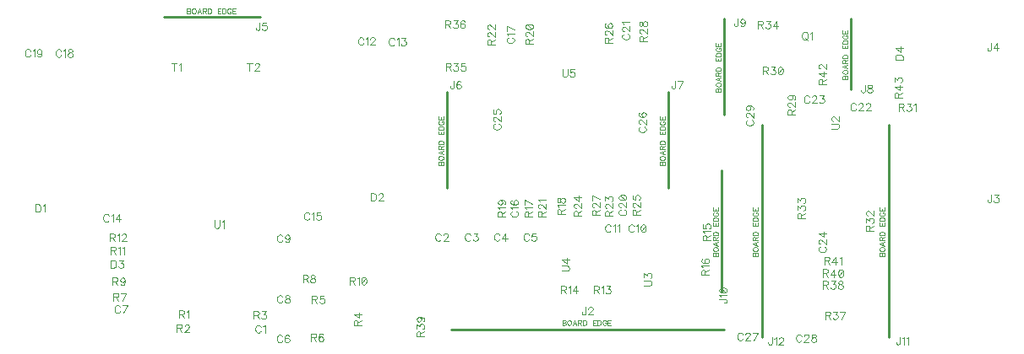
<source format=gbr>
G04 DipTrace 2.4.0.2*
%INTopAssy.gbr*%
%MOIN*%
%ADD10C,0.0098*%
%ADD12C,0.003*%
%ADD82C,0.0046*%
%FSLAX44Y44*%
G04*
G70*
G90*
G75*
G01*
%LNTopAssy*%
%LPD*%
X22054Y6539D2*
D10*
X32826D1*
X10728Y18913D2*
X14515D1*
X21890Y12146D2*
Y15934D1*
X30625Y12142D2*
Y15930D1*
X37842Y16046D2*
Y18834D1*
X32842Y15046D2*
Y18834D1*
X32720Y8047D2*
Y12834D1*
X39342Y6251D2*
Y14629D1*
X34342Y6251D2*
Y14629D1*
X14549Y6648D2*
D82*
X14534Y6676D1*
X14505Y6705D1*
X14477Y6720D1*
X14420D1*
X14391Y6705D1*
X14362Y6676D1*
X14348Y6648D1*
X14333Y6605D1*
Y6533D1*
X14348Y6490D1*
X14362Y6461D1*
X14391Y6433D1*
X14420Y6418D1*
X14477D1*
X14505Y6433D1*
X14534Y6461D1*
X14549Y6490D1*
X14641Y6662D2*
X14670Y6676D1*
X14713Y6719D1*
Y6418D1*
X21651Y10276D2*
X21637Y10305D1*
X21608Y10334D1*
X21579Y10348D1*
X21522D1*
X21493Y10334D1*
X21465Y10305D1*
X21450Y10276D1*
X21436Y10233D1*
Y10161D1*
X21450Y10119D1*
X21465Y10090D1*
X21493Y10061D1*
X21522Y10047D1*
X21579D1*
X21608Y10061D1*
X21637Y10090D1*
X21651Y10119D1*
X21758Y10276D2*
Y10290D1*
X21772Y10319D1*
X21787Y10333D1*
X21816Y10348D1*
X21873D1*
X21901Y10333D1*
X21916Y10319D1*
X21930Y10290D1*
Y10262D1*
X21916Y10233D1*
X21887Y10190D1*
X21744Y10047D1*
X21945D1*
X22822Y10276D2*
X22808Y10305D1*
X22779Y10334D1*
X22751Y10348D1*
X22693D1*
X22664Y10334D1*
X22636Y10305D1*
X22621Y10276D1*
X22607Y10233D1*
Y10161D1*
X22621Y10119D1*
X22636Y10090D1*
X22664Y10061D1*
X22693Y10047D1*
X22751D1*
X22779Y10061D1*
X22808Y10090D1*
X22822Y10119D1*
X22944Y10348D2*
X23101D1*
X23015Y10233D1*
X23058D1*
X23087Y10219D1*
X23101Y10204D1*
X23116Y10161D1*
Y10133D1*
X23101Y10090D1*
X23073Y10061D1*
X23030Y10047D1*
X22986D1*
X22944Y10061D1*
X22929Y10075D1*
X22915Y10104D1*
X23973Y10282D2*
X23958Y10311D1*
X23929Y10340D1*
X23901Y10354D1*
X23844D1*
X23815Y10340D1*
X23786Y10311D1*
X23772Y10282D1*
X23757Y10239D1*
Y10167D1*
X23772Y10124D1*
X23786Y10096D1*
X23815Y10067D1*
X23844Y10052D1*
X23901D1*
X23929Y10067D1*
X23958Y10096D1*
X23973Y10124D1*
X24209Y10052D2*
Y10354D1*
X24065Y10153D1*
X24280D1*
X25131Y10282D2*
X25117Y10311D1*
X25088Y10340D1*
X25060Y10354D1*
X25002D1*
X24973Y10340D1*
X24945Y10311D1*
X24930Y10282D1*
X24916Y10239D1*
Y10167D1*
X24930Y10124D1*
X24945Y10096D1*
X24973Y10067D1*
X25002Y10052D1*
X25060D1*
X25088Y10067D1*
X25117Y10096D1*
X25131Y10124D1*
X25396Y10354D2*
X25253D1*
X25239Y10225D1*
X25253Y10239D1*
X25296Y10253D1*
X25339D1*
X25382Y10239D1*
X25411Y10210D1*
X25425Y10167D1*
Y10139D1*
X25411Y10096D1*
X25382Y10067D1*
X25339Y10052D1*
X25296D1*
X25253Y10067D1*
X25239Y10081D1*
X25224Y10110D1*
X15400Y6265D2*
X15385Y6293D1*
X15356Y6322D1*
X15328Y6337D1*
X15271D1*
X15242Y6322D1*
X15213Y6293D1*
X15199Y6265D1*
X15184Y6222D1*
Y6150D1*
X15199Y6107D1*
X15213Y6078D1*
X15242Y6050D1*
X15271Y6035D1*
X15328D1*
X15356Y6050D1*
X15385Y6078D1*
X15400Y6107D1*
X15664Y6293D2*
X15650Y6322D1*
X15607Y6336D1*
X15578D1*
X15535Y6322D1*
X15506Y6279D1*
X15492Y6207D1*
Y6136D1*
X15506Y6078D1*
X15535Y6049D1*
X15578Y6035D1*
X15593D1*
X15635Y6049D1*
X15664Y6078D1*
X15679Y6121D1*
Y6136D1*
X15664Y6179D1*
X15635Y6207D1*
X15593Y6221D1*
X15578D1*
X15535Y6207D1*
X15506Y6179D1*
X15492Y6136D1*
X8993Y7429D2*
X8979Y7457D1*
X8950Y7486D1*
X8922Y7500D1*
X8864D1*
X8836Y7486D1*
X8807Y7457D1*
X8792Y7429D1*
X8778Y7386D1*
Y7314D1*
X8792Y7271D1*
X8807Y7242D1*
X8836Y7213D1*
X8864Y7199D1*
X8922D1*
X8950Y7213D1*
X8979Y7242D1*
X8993Y7271D1*
X9143Y7199D2*
X9287Y7500D1*
X9086D1*
X15410Y7828D2*
X15395Y7856D1*
X15367Y7885D1*
X15338Y7899D1*
X15281D1*
X15252Y7885D1*
X15223Y7856D1*
X15209Y7828D1*
X15195Y7784D1*
Y7712D1*
X15209Y7670D1*
X15223Y7641D1*
X15252Y7612D1*
X15281Y7598D1*
X15338D1*
X15367Y7612D1*
X15395Y7641D1*
X15410Y7670D1*
X15574Y7899D2*
X15531Y7885D1*
X15517Y7856D1*
Y7827D1*
X15531Y7799D1*
X15560Y7784D1*
X15617Y7770D1*
X15660Y7756D1*
X15689Y7727D1*
X15703Y7698D1*
Y7655D1*
X15689Y7627D1*
X15675Y7612D1*
X15631Y7598D1*
X15574D1*
X15531Y7612D1*
X15517Y7627D1*
X15502Y7655D1*
Y7698D1*
X15517Y7727D1*
X15546Y7756D1*
X15588Y7770D1*
X15646Y7784D1*
X15675Y7799D1*
X15689Y7827D1*
Y7856D1*
X15675Y7885D1*
X15631Y7899D1*
X15574D1*
X15410Y10229D2*
X15396Y10258D1*
X15367Y10286D1*
X15338Y10301D1*
X15281D1*
X15252Y10286D1*
X15224Y10258D1*
X15209Y10229D1*
X15195Y10186D1*
Y10114D1*
X15209Y10071D1*
X15224Y10042D1*
X15252Y10014D1*
X15281Y9999D1*
X15338D1*
X15367Y10014D1*
X15396Y10042D1*
X15410Y10071D1*
X15689Y10200D2*
X15675Y10157D1*
X15646Y10128D1*
X15603Y10114D1*
X15589D1*
X15546Y10128D1*
X15517Y10157D1*
X15503Y10200D1*
Y10215D1*
X15517Y10258D1*
X15546Y10286D1*
X15589Y10300D1*
X15603D1*
X15646Y10286D1*
X15675Y10258D1*
X15689Y10200D1*
Y10128D1*
X15675Y10057D1*
X15646Y10014D1*
X15603Y9999D1*
X15575D1*
X15531Y10014D1*
X15517Y10042D1*
X29277Y10629D2*
X29263Y10658D1*
X29234Y10687D1*
X29205Y10701D1*
X29148D1*
X29119Y10687D1*
X29091Y10658D1*
X29076Y10629D1*
X29062Y10586D1*
Y10514D1*
X29076Y10471D1*
X29091Y10442D1*
X29119Y10414D1*
X29148Y10399D1*
X29205D1*
X29234Y10414D1*
X29263Y10442D1*
X29277Y10471D1*
X29370Y10643D2*
X29398Y10658D1*
X29441Y10700D1*
Y10399D1*
X29620Y10700D2*
X29577Y10686D1*
X29548Y10643D1*
X29534Y10571D1*
Y10528D1*
X29548Y10457D1*
X29577Y10414D1*
X29620Y10399D1*
X29649D1*
X29692Y10414D1*
X29720Y10457D1*
X29735Y10528D1*
Y10571D1*
X29720Y10643D1*
X29692Y10686D1*
X29649Y10700D1*
X29620D1*
X29720Y10643D2*
X29548Y10457D1*
X28354Y10630D2*
X28339Y10658D1*
X28311Y10687D1*
X28282Y10701D1*
X28225D1*
X28196Y10687D1*
X28167Y10658D1*
X28153Y10630D1*
X28138Y10587D1*
Y10515D1*
X28153Y10472D1*
X28167Y10443D1*
X28196Y10414D1*
X28225Y10400D1*
X28282D1*
X28311Y10414D1*
X28339Y10443D1*
X28354Y10472D1*
X28446Y10644D2*
X28475Y10658D1*
X28518Y10701D1*
Y10400D1*
X28611Y10644D2*
X28640Y10658D1*
X28683Y10701D1*
Y10400D1*
X18604Y18025D2*
X18590Y18053D1*
X18561Y18082D1*
X18532Y18096D1*
X18475D1*
X18446Y18082D1*
X18418Y18053D1*
X18403Y18025D1*
X18389Y17982D1*
Y17910D1*
X18403Y17867D1*
X18418Y17838D1*
X18446Y17810D1*
X18475Y17795D1*
X18532D1*
X18561Y17810D1*
X18590Y17838D1*
X18604Y17867D1*
X18697Y18039D2*
X18725Y18053D1*
X18768Y18096D1*
Y17795D1*
X18876Y18024D2*
Y18039D1*
X18890Y18068D1*
X18904Y18082D1*
X18933Y18096D1*
X18990D1*
X19019Y18082D1*
X19033Y18068D1*
X19048Y18039D1*
Y18010D1*
X19033Y17981D1*
X19005Y17939D1*
X18861Y17795D1*
X19062D1*
X19822Y18007D2*
X19808Y18035D1*
X19779Y18064D1*
X19750Y18078D1*
X19693D1*
X19664Y18064D1*
X19635Y18035D1*
X19621Y18007D1*
X19607Y17964D1*
Y17892D1*
X19621Y17849D1*
X19635Y17820D1*
X19664Y17792D1*
X19693Y17777D1*
X19750D1*
X19779Y17792D1*
X19808Y17820D1*
X19822Y17849D1*
X19914Y18021D2*
X19943Y18035D1*
X19986Y18078D1*
Y17777D1*
X20108Y18078D2*
X20265D1*
X20180Y17963D1*
X20223D1*
X20251Y17949D1*
X20265Y17935D1*
X20280Y17892D1*
Y17863D1*
X20265Y17820D1*
X20237Y17791D1*
X20194Y17777D1*
X20151D1*
X20108Y17791D1*
X20094Y17806D1*
X20079Y17834D1*
X8557Y11040D2*
X8542Y11068D1*
X8513Y11097D1*
X8485Y11111D1*
X8428D1*
X8399Y11097D1*
X8370Y11068D1*
X8356Y11040D1*
X8341Y10997D1*
Y10925D1*
X8356Y10882D1*
X8370Y10853D1*
X8399Y10825D1*
X8428Y10810D1*
X8485D1*
X8513Y10825D1*
X8542Y10853D1*
X8557Y10882D1*
X8649Y11054D2*
X8678Y11068D1*
X8721Y11111D1*
Y10810D1*
X8957D2*
Y11111D1*
X8814Y10910D1*
X9029D1*
X16474Y11109D2*
X16459Y11138D1*
X16430Y11167D1*
X16402Y11181D1*
X16345D1*
X16316Y11167D1*
X16287Y11138D1*
X16273Y11109D1*
X16258Y11066D1*
Y10994D1*
X16273Y10952D1*
X16287Y10923D1*
X16316Y10894D1*
X16345Y10880D1*
X16402D1*
X16430Y10894D1*
X16459Y10923D1*
X16474Y10952D1*
X16566Y11123D2*
X16595Y11138D1*
X16638Y11181D1*
Y10880D1*
X16903Y11181D2*
X16760D1*
X16745Y11052D1*
X16760Y11066D1*
X16803Y11081D1*
X16846D1*
X16889Y11066D1*
X16917Y11037D1*
X16932Y10994D1*
Y10966D1*
X16917Y10923D1*
X16889Y10894D1*
X16846Y10880D1*
X16803D1*
X16760Y10894D1*
X16745Y10908D1*
X16731Y10937D1*
X24474Y11224D2*
X24445Y11210D1*
X24416Y11181D1*
X24402Y11152D1*
Y11095D1*
X24416Y11066D1*
X24445Y11038D1*
X24474Y11023D1*
X24517Y11009D1*
X24589D1*
X24632Y11023D1*
X24661Y11038D1*
X24689Y11066D1*
X24704Y11095D1*
Y11152D1*
X24689Y11181D1*
X24661Y11210D1*
X24632Y11224D1*
X24460Y11317D2*
X24445Y11346D1*
X24403Y11389D1*
X24704D1*
X24445Y11653D2*
X24417Y11639D1*
X24403Y11596D1*
Y11567D1*
X24417Y11524D1*
X24460Y11496D1*
X24532Y11481D1*
X24603D1*
X24661Y11496D1*
X24689Y11524D1*
X24704Y11567D1*
Y11582D1*
X24689Y11625D1*
X24661Y11653D1*
X24617Y11668D1*
X24603D1*
X24560Y11653D1*
X24532Y11625D1*
X24517Y11582D1*
Y11567D1*
X24532Y11524D1*
X24560Y11496D1*
X24603Y11481D1*
X24315Y18092D2*
X24287Y18078D1*
X24258Y18049D1*
X24244Y18021D1*
Y17963D1*
X24258Y17934D1*
X24287Y17906D1*
X24315Y17891D1*
X24358Y17877D1*
X24430D1*
X24473Y17891D1*
X24502Y17906D1*
X24531Y17934D1*
X24545Y17963D1*
Y18021D1*
X24531Y18049D1*
X24502Y18078D1*
X24473Y18092D1*
X24301Y18185D2*
X24287Y18214D1*
X24244Y18257D1*
X24545D1*
Y18407D2*
X24244Y18550D1*
Y18350D1*
X6673Y17556D2*
X6659Y17584D1*
X6630Y17613D1*
X6602Y17628D1*
X6544D1*
X6515Y17613D1*
X6487Y17584D1*
X6472Y17556D1*
X6458Y17513D1*
Y17441D1*
X6472Y17398D1*
X6487Y17369D1*
X6515Y17341D1*
X6544Y17326D1*
X6602D1*
X6630Y17341D1*
X6659Y17369D1*
X6673Y17398D1*
X6766Y17570D2*
X6795Y17584D1*
X6838Y17627D1*
Y17326D1*
X7002Y17627D2*
X6959Y17613D1*
X6945Y17584D1*
Y17556D1*
X6959Y17527D1*
X6988Y17512D1*
X7045Y17498D1*
X7088Y17484D1*
X7117Y17455D1*
X7131Y17427D1*
Y17383D1*
X7117Y17355D1*
X7103Y17340D1*
X7059Y17326D1*
X7002D1*
X6959Y17340D1*
X6945Y17355D1*
X6930Y17383D1*
Y17427D1*
X6945Y17455D1*
X6974Y17484D1*
X7016Y17498D1*
X7074Y17512D1*
X7103Y17527D1*
X7117Y17556D1*
Y17584D1*
X7103Y17613D1*
X7059Y17627D1*
X7002D1*
X5460Y17560D2*
X5446Y17589D1*
X5417Y17617D1*
X5389Y17632D1*
X5331D1*
X5303Y17617D1*
X5274Y17589D1*
X5260Y17560D1*
X5245Y17517D1*
Y17445D1*
X5260Y17402D1*
X5274Y17373D1*
X5303Y17345D1*
X5331Y17330D1*
X5389D1*
X5417Y17345D1*
X5446Y17373D1*
X5460Y17402D1*
X5553Y17574D2*
X5582Y17589D1*
X5625Y17631D1*
Y17330D1*
X5904Y17531D2*
X5890Y17488D1*
X5861Y17459D1*
X5818Y17445D1*
X5804D1*
X5761Y17459D1*
X5732Y17488D1*
X5718Y17531D1*
Y17545D1*
X5732Y17589D1*
X5761Y17617D1*
X5804Y17631D1*
X5818D1*
X5861Y17617D1*
X5890Y17589D1*
X5904Y17531D1*
Y17459D1*
X5890Y17388D1*
X5861Y17344D1*
X5818Y17330D1*
X5790D1*
X5747Y17344D1*
X5732Y17373D1*
X28745Y11277D2*
X28716Y11263D1*
X28687Y11234D1*
X28673Y11206D1*
Y11148D1*
X28687Y11119D1*
X28716Y11091D1*
X28745Y11076D1*
X28788Y11062D1*
X28860D1*
X28902Y11076D1*
X28931Y11091D1*
X28960Y11119D1*
X28974Y11148D1*
Y11206D1*
X28960Y11234D1*
X28931Y11263D1*
X28902Y11277D1*
X28745Y11384D2*
X28731D1*
X28702Y11399D1*
X28687Y11413D1*
X28673Y11442D1*
Y11499D1*
X28687Y11528D1*
X28702Y11542D1*
X28731Y11557D1*
X28759D1*
X28788Y11542D1*
X28831Y11513D1*
X28974Y11370D1*
Y11571D1*
X28673Y11750D2*
X28687Y11707D1*
X28731Y11678D1*
X28802Y11663D1*
X28845D1*
X28917Y11678D1*
X28960Y11707D1*
X28974Y11750D1*
Y11778D1*
X28960Y11821D1*
X28917Y11850D1*
X28845Y11864D1*
X28802D1*
X28731Y11850D1*
X28687Y11821D1*
X28673Y11778D1*
Y11750D1*
X28731Y11850D2*
X28917Y11678D1*
X28878Y18236D2*
X28850Y18221D1*
X28821Y18192D1*
X28807Y18164D1*
Y18107D1*
X28821Y18078D1*
X28850Y18049D1*
X28878Y18035D1*
X28921Y18020D1*
X28993D1*
X29036Y18035D1*
X29065Y18049D1*
X29093Y18078D1*
X29108Y18107D1*
Y18164D1*
X29093Y18192D1*
X29065Y18221D1*
X29036Y18236D1*
X28879Y18343D2*
X28864D1*
X28835Y18357D1*
X28821Y18371D1*
X28807Y18400D1*
Y18458D1*
X28821Y18486D1*
X28835Y18500D1*
X28864Y18515D1*
X28893D1*
X28922Y18500D1*
X28964Y18472D1*
X29108Y18328D1*
Y18529D1*
X28864Y18622D2*
X28850Y18651D1*
X28807Y18694D1*
X29108D1*
X38026Y15430D2*
X38012Y15458D1*
X37983Y15487D1*
X37954Y15502D1*
X37897D1*
X37868Y15487D1*
X37840Y15458D1*
X37825Y15430D1*
X37811Y15387D1*
Y15315D1*
X37825Y15272D1*
X37840Y15243D1*
X37868Y15215D1*
X37897Y15200D1*
X37954D1*
X37983Y15215D1*
X38012Y15243D1*
X38026Y15272D1*
X38133Y15430D2*
Y15444D1*
X38147Y15473D1*
X38162Y15487D1*
X38191Y15501D1*
X38248D1*
X38276Y15487D1*
X38291Y15473D1*
X38305Y15444D1*
Y15415D1*
X38291Y15386D1*
X38262Y15344D1*
X38119Y15200D1*
X38320D1*
X38427Y15430D2*
Y15444D1*
X38441Y15473D1*
X38455Y15487D1*
X38484Y15501D1*
X38541D1*
X38570Y15487D1*
X38584Y15473D1*
X38599Y15444D1*
Y15415D1*
X38584Y15386D1*
X38556Y15344D1*
X38412Y15200D1*
X38613D1*
X36192Y15727D2*
X36178Y15756D1*
X36149Y15784D1*
X36120Y15799D1*
X36063D1*
X36034Y15784D1*
X36005Y15756D1*
X35991Y15727D1*
X35977Y15684D1*
Y15612D1*
X35991Y15569D1*
X36005Y15540D1*
X36034Y15512D1*
X36063Y15497D1*
X36120D1*
X36149Y15512D1*
X36178Y15540D1*
X36192Y15569D1*
X36299Y15727D2*
Y15741D1*
X36313Y15770D1*
X36328Y15784D1*
X36356Y15798D1*
X36414D1*
X36442Y15784D1*
X36457Y15770D1*
X36471Y15741D1*
Y15713D1*
X36457Y15684D1*
X36428Y15641D1*
X36284Y15497D1*
X36485D1*
X36607Y15798D2*
X36764D1*
X36678Y15684D1*
X36722D1*
X36750Y15669D1*
X36764Y15655D1*
X36779Y15612D1*
Y15584D1*
X36764Y15540D1*
X36736Y15512D1*
X36693Y15497D1*
X36650D1*
X36607Y15512D1*
X36593Y15526D1*
X36578Y15555D1*
X36626Y9823D2*
X36598Y9808D1*
X36569Y9780D1*
X36554Y9751D1*
Y9694D1*
X36569Y9665D1*
X36598Y9636D1*
X36626Y9622D1*
X36669Y9608D1*
X36741D1*
X36784Y9622D1*
X36813Y9636D1*
X36841Y9665D1*
X36856Y9694D1*
Y9751D1*
X36841Y9780D1*
X36813Y9808D1*
X36784Y9823D1*
X36626Y9930D2*
X36612D1*
X36583Y9944D1*
X36569Y9958D1*
X36555Y9987D1*
Y10045D1*
X36569Y10073D1*
X36583Y10087D1*
X36612Y10102D1*
X36641D1*
X36670Y10087D1*
X36712Y10059D1*
X36856Y9915D1*
Y10116D1*
Y10353D2*
X36555D1*
X36755Y10209D1*
Y10424D1*
X23784Y14675D2*
X23756Y14661D1*
X23727Y14632D1*
X23713Y14604D1*
Y14546D1*
X23727Y14518D1*
X23756Y14489D1*
X23784Y14474D1*
X23827Y14460D1*
X23899D1*
X23942Y14474D1*
X23971Y14489D1*
X23999Y14518D1*
X24014Y14546D1*
Y14604D1*
X23999Y14632D1*
X23971Y14661D1*
X23942Y14675D1*
X23785Y14783D2*
X23770D1*
X23741Y14797D1*
X23727Y14811D1*
X23713Y14840D1*
Y14897D1*
X23727Y14926D1*
X23741Y14940D1*
X23770Y14955D1*
X23799D1*
X23828Y14940D1*
X23870Y14912D1*
X24014Y14768D1*
Y14969D1*
X23713Y15234D2*
Y15091D1*
X23842Y15076D1*
X23828Y15091D1*
X23813Y15134D1*
Y15176D1*
X23828Y15220D1*
X23856Y15248D1*
X23899Y15263D1*
X23928D1*
X23971Y15248D1*
X24000Y15220D1*
X24014Y15176D1*
Y15134D1*
X24000Y15091D1*
X23985Y15076D1*
X23957Y15062D1*
X29523Y14565D2*
X29494Y14550D1*
X29465Y14521D1*
X29451Y14493D1*
Y14436D1*
X29465Y14407D1*
X29494Y14378D1*
X29523Y14364D1*
X29566Y14349D1*
X29638D1*
X29680Y14364D1*
X29709Y14378D1*
X29738Y14407D1*
X29752Y14436D1*
Y14493D1*
X29738Y14521D1*
X29709Y14550D1*
X29680Y14565D1*
X29523Y14672D2*
X29509D1*
X29480Y14686D1*
X29465Y14700D1*
X29451Y14729D1*
Y14787D1*
X29465Y14815D1*
X29480Y14829D1*
X29509Y14844D1*
X29537D1*
X29566Y14829D1*
X29609Y14801D1*
X29752Y14657D1*
Y14858D1*
X29494Y15123D2*
X29465Y15109D1*
X29451Y15066D1*
Y15037D1*
X29465Y14994D1*
X29509Y14965D1*
X29580Y14951D1*
X29652D1*
X29709Y14965D1*
X29738Y14994D1*
X29752Y15037D1*
Y15051D1*
X29738Y15094D1*
X29709Y15123D1*
X29666Y15137D1*
X29652D1*
X29609Y15123D1*
X29580Y15094D1*
X29566Y15051D1*
Y15037D1*
X29580Y14994D1*
X29609Y14965D1*
X29652Y14951D1*
X33567Y6350D2*
X33552Y6378D1*
X33524Y6407D1*
X33495Y6422D1*
X33438D1*
X33409Y6407D1*
X33380Y6378D1*
X33366Y6350D1*
X33351Y6307D1*
Y6235D1*
X33366Y6192D1*
X33380Y6163D1*
X33409Y6135D1*
X33438Y6120D1*
X33495D1*
X33524Y6135D1*
X33552Y6163D1*
X33567Y6192D1*
X33674Y6350D2*
Y6364D1*
X33688Y6393D1*
X33702Y6407D1*
X33731Y6421D1*
X33789D1*
X33817Y6407D1*
X33831Y6393D1*
X33846Y6364D1*
Y6335D1*
X33831Y6307D1*
X33803Y6264D1*
X33659Y6120D1*
X33860D1*
X34010D2*
X34154Y6421D1*
X33953D1*
X35879Y6287D2*
X35865Y6316D1*
X35836Y6345D1*
X35808Y6359D1*
X35750D1*
X35721Y6345D1*
X35693Y6316D1*
X35678Y6287D1*
X35664Y6244D1*
Y6172D1*
X35678Y6130D1*
X35693Y6101D1*
X35721Y6072D1*
X35750Y6058D1*
X35808D1*
X35836Y6072D1*
X35865Y6101D1*
X35879Y6130D1*
X35987Y6287D2*
Y6301D1*
X36001Y6330D1*
X36015Y6344D1*
X36044Y6359D1*
X36101D1*
X36130Y6344D1*
X36144Y6330D1*
X36159Y6301D1*
Y6273D1*
X36144Y6244D1*
X36116Y6201D1*
X35972Y6058D1*
X36173D1*
X36337Y6359D2*
X36294Y6344D1*
X36280Y6316D1*
Y6287D1*
X36294Y6259D1*
X36323Y6244D1*
X36380Y6230D1*
X36423Y6215D1*
X36452Y6187D1*
X36466Y6158D1*
Y6115D1*
X36452Y6086D1*
X36438Y6072D1*
X36395Y6058D1*
X36337D1*
X36294Y6072D1*
X36280Y6086D1*
X36266Y6115D1*
Y6158D1*
X36280Y6187D1*
X36309Y6215D1*
X36351Y6230D1*
X36409Y6244D1*
X36438Y6259D1*
X36452Y6287D1*
Y6316D1*
X36438Y6344D1*
X36395Y6359D1*
X36337D1*
X33759Y14830D2*
X33731Y14816D1*
X33702Y14787D1*
X33687Y14758D1*
Y14701D1*
X33702Y14672D1*
X33731Y14643D1*
X33759Y14629D1*
X33802Y14615D1*
X33874D1*
X33917Y14629D1*
X33946Y14643D1*
X33974Y14672D1*
X33989Y14701D1*
Y14758D1*
X33974Y14787D1*
X33946Y14816D1*
X33917Y14830D1*
X33759Y14937D2*
X33745D1*
X33716Y14951D1*
X33702Y14966D1*
X33688Y14994D1*
Y15052D1*
X33702Y15080D1*
X33716Y15095D1*
X33745Y15109D1*
X33774D1*
X33803Y15095D1*
X33845Y15066D1*
X33989Y14922D1*
Y15123D1*
X33788Y15403D2*
X33831Y15388D1*
X33860Y15360D1*
X33874Y15317D1*
Y15302D1*
X33860Y15259D1*
X33831Y15231D1*
X33788Y15216D1*
X33774D1*
X33731Y15231D1*
X33702Y15259D1*
X33688Y15302D1*
Y15317D1*
X33702Y15360D1*
X33731Y15388D1*
X33788Y15403D1*
X33860D1*
X33932Y15388D1*
X33975Y15360D1*
X33989Y15317D1*
Y15288D1*
X33975Y15245D1*
X33946Y15231D1*
X5669Y11498D2*
Y11196D1*
X5770D1*
X5813Y11211D1*
X5842Y11240D1*
X5856Y11268D1*
X5870Y11311D1*
Y11383D1*
X5856Y11426D1*
X5842Y11455D1*
X5813Y11484D1*
X5770Y11498D1*
X5669D1*
X5963Y11440D2*
X5992Y11455D1*
X6035Y11498D1*
Y11196D1*
X18890Y11939D2*
Y11637D1*
X18990D1*
X19033Y11652D1*
X19062Y11680D1*
X19077Y11709D1*
X19091Y11752D1*
Y11824D1*
X19077Y11867D1*
X19062Y11895D1*
X19033Y11924D1*
X18990Y11939D1*
X18890D1*
X19198Y11867D2*
Y11881D1*
X19212Y11910D1*
X19227Y11924D1*
X19255Y11938D1*
X19313D1*
X19341Y11924D1*
X19356Y11910D1*
X19370Y11881D1*
Y11852D1*
X19356Y11823D1*
X19327Y11781D1*
X19183Y11637D1*
X19384D1*
X8641Y9281D2*
Y8980D1*
X8741D1*
X8785Y8995D1*
X8813Y9023D1*
X8828Y9052D1*
X8842Y9095D1*
Y9167D1*
X8828Y9210D1*
X8813Y9238D1*
X8785Y9267D1*
X8741Y9281D1*
X8641D1*
X8963D2*
X9121D1*
X9035Y9166D1*
X9078D1*
X9107Y9152D1*
X9121Y9138D1*
X9135Y9095D1*
Y9066D1*
X9121Y9023D1*
X9092Y8994D1*
X9049Y8980D1*
X9006D1*
X8963Y8994D1*
X8949Y9009D1*
X8935Y9037D1*
X39583Y17225D2*
X39885D1*
Y17326D1*
X39870Y17369D1*
X39842Y17398D1*
X39813Y17412D1*
X39770Y17426D1*
X39698D1*
X39655Y17412D1*
X39627Y17398D1*
X39598Y17369D1*
X39583Y17326D1*
Y17225D1*
X39885Y17662D2*
X39584D1*
X39784Y17519D1*
Y17734D1*
X27365Y7429D2*
Y7199D1*
X27351Y7156D1*
X27336Y7142D1*
X27308Y7127D1*
X27279D1*
X27250Y7142D1*
X27236Y7156D1*
X27222Y7199D1*
Y7228D1*
X27472Y7357D2*
Y7371D1*
X27487Y7400D1*
X27501Y7414D1*
X27530Y7428D1*
X27587D1*
X27616Y7414D1*
X27630Y7400D1*
X27644Y7371D1*
Y7342D1*
X27630Y7314D1*
X27601Y7271D1*
X27458Y7127D1*
X27659D1*
X43365Y11879D2*
Y11650D1*
X43351Y11607D1*
X43336Y11593D1*
X43308Y11578D1*
X43279D1*
X43250Y11593D1*
X43236Y11607D1*
X43222Y11650D1*
Y11679D1*
X43487Y11879D2*
X43644D1*
X43558Y11764D1*
X43601D1*
X43630Y11750D1*
X43644Y11736D1*
X43659Y11693D1*
Y11664D1*
X43644Y11621D1*
X43616Y11592D1*
X43573Y11578D1*
X43529D1*
X43487Y11592D1*
X43472Y11607D1*
X43458Y11635D1*
X43358Y17879D2*
Y17650D1*
X43344Y17607D1*
X43329Y17593D1*
X43301Y17578D1*
X43272D1*
X43243Y17593D1*
X43229Y17607D1*
X43214Y17650D1*
Y17679D1*
X43594Y17578D2*
Y17879D1*
X43451Y17679D1*
X43666D1*
X14502Y18692D2*
Y18463D1*
X14488Y18420D1*
X14473Y18406D1*
X14445Y18391D1*
X14416D1*
X14387Y18406D1*
X14373Y18420D1*
X14358Y18463D1*
Y18492D1*
X14767Y18692D2*
X14623D1*
X14609Y18563D1*
X14623Y18577D1*
X14667Y18592D1*
X14709D1*
X14752Y18577D1*
X14781Y18549D1*
X14796Y18506D1*
Y18477D1*
X14781Y18434D1*
X14752Y18405D1*
X14709Y18391D1*
X14667D1*
X14623Y18405D1*
X14609Y18420D1*
X14595Y18448D1*
X22171Y16373D2*
Y16144D1*
X22157Y16100D1*
X22142Y16086D1*
X22114Y16072D1*
X22085D1*
X22056Y16086D1*
X22042Y16100D1*
X22028Y16144D1*
Y16172D1*
X22436Y16330D2*
X22422Y16358D1*
X22379Y16373D1*
X22350D1*
X22307Y16358D1*
X22278Y16315D1*
X22264Y16244D1*
Y16172D1*
X22278Y16115D1*
X22307Y16086D1*
X22350Y16072D1*
X22364D1*
X22407Y16086D1*
X22436Y16115D1*
X22450Y16158D1*
Y16172D1*
X22436Y16215D1*
X22407Y16244D1*
X22364Y16258D1*
X22350D1*
X22307Y16244D1*
X22278Y16215D1*
X22264Y16172D1*
X30899Y16369D2*
Y16140D1*
X30885Y16097D1*
X30870Y16082D1*
X30842Y16068D1*
X30813D1*
X30784Y16082D1*
X30770Y16097D1*
X30755Y16140D1*
Y16168D1*
X31049Y16068D2*
X31192Y16369D1*
X30992D1*
X38384Y16218D2*
Y15988D1*
X38369Y15945D1*
X38355Y15931D1*
X38326Y15916D1*
X38297D1*
X38269Y15931D1*
X38255Y15945D1*
X38240Y15988D1*
Y16017D1*
X38548Y16217D2*
X38505Y16203D1*
X38490Y16174D1*
Y16146D1*
X38505Y16117D1*
X38534Y16102D1*
X38591Y16088D1*
X38634Y16074D1*
X38663Y16045D1*
X38677Y16017D1*
Y15973D1*
X38663Y15945D1*
X38648Y15930D1*
X38605Y15916D1*
X38548D1*
X38505Y15930D1*
X38490Y15945D1*
X38476Y15973D1*
Y16017D1*
X38490Y16045D1*
X38519Y16074D1*
X38562Y16088D1*
X38619Y16102D1*
X38648Y16117D1*
X38663Y16146D1*
Y16174D1*
X38648Y16203D1*
X38605Y16217D1*
X38548D1*
X33372Y18836D2*
Y18606D1*
X33358Y18563D1*
X33343Y18549D1*
X33315Y18534D1*
X33286D1*
X33258Y18549D1*
X33243Y18563D1*
X33229Y18606D1*
Y18635D1*
X33652Y18735D2*
X33637Y18692D1*
X33609Y18663D1*
X33565Y18649D1*
X33551D1*
X33508Y18663D1*
X33480Y18692D1*
X33465Y18735D1*
Y18749D1*
X33480Y18793D1*
X33508Y18821D1*
X33551Y18835D1*
X33565D1*
X33609Y18821D1*
X33637Y18793D1*
X33652Y18735D1*
Y18663D1*
X33637Y18592D1*
X33609Y18548D1*
X33565Y18534D1*
X33537D1*
X33494Y18548D1*
X33480Y18577D1*
X32636Y7741D2*
X32865D1*
X32908Y7727D1*
X32923Y7712D1*
X32937Y7684D1*
Y7655D1*
X32923Y7626D1*
X32908Y7612D1*
X32865Y7598D1*
X32837D1*
X32693Y7834D2*
X32679Y7863D1*
X32636Y7906D1*
X32937D1*
X32636Y8085D2*
X32650Y8042D1*
X32693Y8013D1*
X32765Y7998D1*
X32808D1*
X32880Y8013D1*
X32923Y8042D1*
X32937Y8085D1*
Y8113D1*
X32923Y8156D1*
X32880Y8185D1*
X32808Y8199D1*
X32765D1*
X32693Y8185D1*
X32650Y8156D1*
X32636Y8113D1*
Y8085D1*
X32693Y8185D2*
X32880Y8013D1*
X39760Y6256D2*
Y6026D1*
X39746Y5983D1*
X39731Y5969D1*
X39703Y5955D1*
X39674D1*
X39646Y5969D1*
X39631Y5983D1*
X39617Y6026D1*
Y6055D1*
X39853Y6198D2*
X39882Y6213D1*
X39925Y6256D1*
Y5955D1*
X40017Y6198D2*
X40046Y6213D1*
X40089Y6256D1*
Y5955D1*
X34717Y6235D2*
Y6006D1*
X34703Y5962D1*
X34688Y5948D1*
X34660Y5934D1*
X34631D1*
X34602Y5948D1*
X34588Y5962D1*
X34573Y6006D1*
Y6034D1*
X34810Y6177D2*
X34838Y6192D1*
X34882Y6235D1*
Y5934D1*
X34989Y6163D2*
Y6177D1*
X35003Y6206D1*
X35017Y6220D1*
X35046Y6235D1*
X35103D1*
X35132Y6220D1*
X35146Y6206D1*
X35161Y6177D1*
Y6149D1*
X35146Y6120D1*
X35118Y6077D1*
X34974Y5934D1*
X35175D1*
X35995Y18310D2*
X35967Y18296D1*
X35938Y18267D1*
X35924Y18238D1*
X35909Y18195D1*
Y18123D1*
X35924Y18080D1*
X35938Y18052D1*
X35967Y18023D1*
X35995Y18009D1*
X36053D1*
X36081Y18023D1*
X36110Y18052D1*
X36124Y18080D1*
X36139Y18123D1*
Y18195D1*
X36124Y18238D1*
X36110Y18267D1*
X36081Y18296D1*
X36053Y18310D1*
X35995D1*
X36038Y18066D2*
X36124Y17980D1*
X36231Y18252D2*
X36260Y18267D1*
X36303Y18309D1*
Y18008D1*
X11335Y7152D2*
X11464D1*
X11507Y7166D1*
X11521Y7180D1*
X11536Y7209D1*
Y7238D1*
X11521Y7266D1*
X11507Y7281D1*
X11464Y7295D1*
X11335D1*
Y6994D1*
X11435Y7152D2*
X11536Y6994D1*
X11628Y7238D2*
X11657Y7252D1*
X11700Y7295D1*
Y6994D1*
X11242Y6600D2*
X11371D1*
X11414Y6614D1*
X11429Y6629D1*
X11443Y6657D1*
Y6686D1*
X11429Y6715D1*
X11414Y6729D1*
X11371Y6743D1*
X11242D1*
Y6442D1*
X11343Y6600D2*
X11443Y6442D1*
X11550Y6671D2*
Y6686D1*
X11564Y6715D1*
X11579Y6729D1*
X11608Y6743D1*
X11665D1*
X11693Y6729D1*
X11708Y6715D1*
X11722Y6686D1*
Y6657D1*
X11708Y6628D1*
X11679Y6586D1*
X11536Y6442D1*
X11737D1*
X14276Y7122D2*
X14405D1*
X14448Y7136D1*
X14463Y7151D1*
X14477Y7179D1*
Y7208D1*
X14463Y7237D1*
X14448Y7251D1*
X14405Y7265D1*
X14276D1*
Y6964D1*
X14377Y7122D2*
X14477Y6964D1*
X14599Y7265D2*
X14756D1*
X14670Y7150D1*
X14713D1*
X14742Y7136D1*
X14756Y7122D1*
X14771Y7079D1*
Y7050D1*
X14756Y7007D1*
X14728Y6978D1*
X14685Y6964D1*
X14641D1*
X14599Y6978D1*
X14584Y6993D1*
X14570Y7021D1*
X18372Y6708D2*
Y6837D1*
X18357Y6880D1*
X18343Y6894D1*
X18314Y6909D1*
X18285D1*
X18257Y6894D1*
X18242Y6880D1*
X18228Y6837D1*
Y6708D1*
X18530D1*
X18372Y6808D2*
X18530Y6909D1*
Y7145D2*
X18228D1*
X18429Y7001D1*
Y7217D1*
X16570Y7739D2*
X16699D1*
X16742Y7754D1*
X16756Y7768D1*
X16771Y7796D1*
Y7825D1*
X16756Y7854D1*
X16742Y7868D1*
X16699Y7883D1*
X16570D1*
Y7581D1*
X16670Y7739D2*
X16771Y7581D1*
X17036Y7882D2*
X16892D1*
X16878Y7753D1*
X16892Y7768D1*
X16935Y7782D1*
X16978D1*
X17021Y7768D1*
X17050Y7739D1*
X17064Y7696D1*
Y7667D1*
X17050Y7624D1*
X17021Y7595D1*
X16978Y7581D1*
X16935D1*
X16892Y7595D1*
X16878Y7610D1*
X16863Y7639D1*
X16540Y6237D2*
X16669D1*
X16712Y6252D1*
X16726Y6266D1*
X16741Y6294D1*
Y6323D1*
X16726Y6352D1*
X16712Y6366D1*
X16669Y6381D1*
X16540D1*
Y6079D1*
X16640Y6237D2*
X16741Y6079D1*
X17005Y6337D2*
X16991Y6366D1*
X16948Y6380D1*
X16920D1*
X16876Y6366D1*
X16848Y6323D1*
X16833Y6251D1*
Y6180D1*
X16848Y6122D1*
X16876Y6093D1*
X16920Y6079D1*
X16934D1*
X16977Y6093D1*
X17005Y6122D1*
X17020Y6165D1*
Y6180D1*
X17005Y6223D1*
X16977Y6251D1*
X16934Y6265D1*
X16920D1*
X16876Y6251D1*
X16848Y6223D1*
X16833Y6180D1*
X8741Y7840D2*
X8870D1*
X8913Y7854D1*
X8928Y7869D1*
X8942Y7897D1*
Y7926D1*
X8928Y7955D1*
X8913Y7969D1*
X8870Y7983D1*
X8741D1*
Y7682D1*
X8841Y7840D2*
X8942Y7682D1*
X9092D2*
X9235Y7983D1*
X9034D1*
X16211Y8557D2*
X16340D1*
X16383Y8571D1*
X16397Y8586D1*
X16411Y8614D1*
Y8643D1*
X16397Y8672D1*
X16383Y8686D1*
X16340Y8700D1*
X16211D1*
Y8399D1*
X16311Y8557D2*
X16411Y8399D1*
X16576Y8700D2*
X16533Y8686D1*
X16518Y8657D1*
Y8629D1*
X16533Y8600D1*
X16562Y8585D1*
X16619Y8571D1*
X16662Y8557D1*
X16691Y8528D1*
X16705Y8500D1*
Y8456D1*
X16691Y8428D1*
X16676Y8413D1*
X16633Y8399D1*
X16576D1*
X16533Y8413D1*
X16518Y8428D1*
X16504Y8456D1*
Y8500D1*
X16518Y8528D1*
X16547Y8557D1*
X16590Y8571D1*
X16647Y8585D1*
X16676Y8600D1*
X16691Y8629D1*
Y8657D1*
X16676Y8686D1*
X16633Y8700D1*
X16576D1*
X8708Y8460D2*
X8837D1*
X8880Y8474D1*
X8895Y8488D1*
X8909Y8517D1*
Y8546D1*
X8895Y8574D1*
X8880Y8589D1*
X8837Y8603D1*
X8708D1*
Y8302D1*
X8808Y8460D2*
X8909Y8302D1*
X9188Y8503D2*
X9174Y8460D1*
X9145Y8431D1*
X9102Y8417D1*
X9088D1*
X9045Y8431D1*
X9016Y8460D1*
X9002Y8503D1*
Y8517D1*
X9016Y8560D1*
X9045Y8589D1*
X9088Y8603D1*
X9102D1*
X9145Y8589D1*
X9174Y8560D1*
X9188Y8503D1*
Y8431D1*
X9174Y8359D1*
X9145Y8316D1*
X9102Y8302D1*
X9074D1*
X9030Y8316D1*
X9016Y8345D1*
X18060Y8475D2*
X18189D1*
X18232Y8489D1*
X18247Y8504D1*
X18261Y8532D1*
Y8561D1*
X18247Y8590D1*
X18232Y8604D1*
X18189Y8618D1*
X18060D1*
Y8317D1*
X18160Y8475D2*
X18261Y8317D1*
X18354Y8561D2*
X18382Y8575D1*
X18425Y8618D1*
Y8317D1*
X18604Y8618D2*
X18561Y8604D1*
X18532Y8561D1*
X18518Y8489D1*
Y8446D1*
X18532Y8374D1*
X18561Y8331D1*
X18604Y8317D1*
X18633D1*
X18676Y8331D1*
X18704Y8374D1*
X18719Y8446D1*
Y8489D1*
X18704Y8561D1*
X18676Y8604D1*
X18633Y8618D1*
X18604D1*
X18704Y8561D2*
X18532Y8374D1*
X8625Y9675D2*
X8754D1*
X8797Y9689D1*
X8812Y9704D1*
X8826Y9732D1*
Y9761D1*
X8812Y9790D1*
X8797Y9804D1*
X8754Y9818D1*
X8625D1*
Y9517D1*
X8726Y9675D2*
X8826Y9517D1*
X8919Y9761D2*
X8948Y9775D1*
X8991Y9818D1*
Y9517D1*
X9083Y9761D2*
X9112Y9775D1*
X9155Y9818D1*
Y9517D1*
X8592Y10192D2*
X8721D1*
X8764Y10207D1*
X8779Y10221D1*
X8793Y10249D1*
Y10278D1*
X8779Y10307D1*
X8764Y10321D1*
X8721Y10336D1*
X8592D1*
Y10034D1*
X8693Y10192D2*
X8793Y10034D1*
X8886Y10278D2*
X8914Y10293D1*
X8958Y10335D1*
Y10034D1*
X9065Y10264D2*
Y10278D1*
X9079Y10307D1*
X9093Y10321D1*
X9122Y10335D1*
X9180D1*
X9208Y10321D1*
X9222Y10307D1*
X9237Y10278D1*
Y10249D1*
X9222Y10221D1*
X9194Y10178D1*
X9050Y10034D1*
X9251D1*
X27695Y8120D2*
X27824D1*
X27867Y8135D1*
X27882Y8149D1*
X27896Y8178D1*
Y8206D1*
X27882Y8235D1*
X27867Y8250D1*
X27824Y8264D1*
X27695D1*
Y7962D1*
X27796Y8120D2*
X27896Y7962D1*
X27989Y8206D2*
X28018Y8221D1*
X28061Y8263D1*
Y7962D1*
X28182Y8263D2*
X28340D1*
X28254Y8149D1*
X28297D1*
X28325Y8134D1*
X28340Y8120D1*
X28354Y8077D1*
Y8049D1*
X28340Y8005D1*
X28311Y7977D1*
X28268Y7962D1*
X28225D1*
X28182Y7977D1*
X28168Y7991D1*
X28153Y8020D1*
X26394Y8120D2*
X26523D1*
X26566Y8135D1*
X26580Y8149D1*
X26595Y8178D1*
Y8206D1*
X26580Y8235D1*
X26566Y8250D1*
X26523Y8264D1*
X26394D1*
Y7962D1*
X26494Y8120D2*
X26595Y7962D1*
X26687Y8206D2*
X26716Y8221D1*
X26759Y8263D1*
Y7962D1*
X26995D2*
Y8263D1*
X26852Y8063D1*
X27067D1*
X32138Y10071D2*
Y10200D1*
X32123Y10243D1*
X32109Y10258D1*
X32081Y10272D1*
X32052D1*
X32023Y10258D1*
X32009Y10243D1*
X31994Y10200D1*
Y10071D1*
X32296D1*
X32138Y10171D2*
X32296Y10272D1*
X32052Y10364D2*
X32038Y10393D1*
X31995Y10436D1*
X32296D1*
X31995Y10701D2*
Y10558D1*
X32124Y10544D1*
X32110Y10558D1*
X32095Y10601D1*
Y10644D1*
X32110Y10687D1*
X32138Y10716D1*
X32181Y10730D1*
X32210D1*
X32253Y10716D1*
X32282Y10687D1*
X32296Y10644D1*
Y10601D1*
X32282Y10558D1*
X32267Y10544D1*
X32239Y10529D1*
X32076Y8703D2*
Y8832D1*
X32061Y8875D1*
X32047Y8890D1*
X32018Y8904D1*
X31989D1*
X31961Y8890D1*
X31946Y8875D1*
X31932Y8832D1*
Y8703D1*
X32233D1*
X32076Y8804D2*
X32233Y8904D1*
X31990Y8997D2*
X31975Y9025D1*
X31932Y9069D1*
X32233D1*
X31975Y9333D2*
X31947Y9319D1*
X31932Y9276D1*
Y9247D1*
X31947Y9204D1*
X31990Y9175D1*
X32061Y9161D1*
X32133D1*
X32190Y9175D1*
X32219Y9204D1*
X32233Y9247D1*
Y9262D1*
X32219Y9304D1*
X32190Y9333D1*
X32147Y9348D1*
X32133D1*
X32090Y9333D1*
X32061Y9304D1*
X32047Y9262D1*
Y9247D1*
X32061Y9204D1*
X32090Y9175D1*
X32133Y9161D1*
X25108Y11009D2*
Y11138D1*
X25094Y11181D1*
X25079Y11195D1*
X25051Y11210D1*
X25022D1*
X24994Y11195D1*
X24979Y11181D1*
X24965Y11138D1*
Y11009D1*
X25266D1*
X25108Y11109D2*
X25266Y11210D1*
X25022Y11302D2*
X25008Y11331D1*
X24965Y11374D1*
X25266D1*
Y11524D2*
X24965Y11668D1*
Y11467D1*
X26390Y11099D2*
Y11228D1*
X26375Y11271D1*
X26361Y11286D1*
X26333Y11300D1*
X26304D1*
X26275Y11286D1*
X26261Y11271D1*
X26246Y11228D1*
Y11099D1*
X26548D1*
X26390Y11199D2*
X26548Y11300D1*
X26304Y11392D2*
X26290Y11421D1*
X26247Y11464D1*
X26548D1*
X26247Y11629D2*
X26261Y11586D1*
X26290Y11571D1*
X26318D1*
X26347Y11586D1*
X26362Y11614D1*
X26376Y11672D1*
X26390Y11715D1*
X26419Y11743D1*
X26447Y11758D1*
X26491D1*
X26519Y11743D1*
X26534Y11729D1*
X26548Y11686D1*
Y11629D1*
X26534Y11586D1*
X26519Y11571D1*
X26491Y11557D1*
X26447D1*
X26419Y11571D1*
X26390Y11600D1*
X26376Y11643D1*
X26362Y11700D1*
X26347Y11729D1*
X26318Y11743D1*
X26290D1*
X26261Y11729D1*
X26247Y11686D1*
Y11629D1*
X24046Y11022D2*
Y11151D1*
X24032Y11194D1*
X24017Y11209D1*
X23989Y11223D1*
X23960D1*
X23931Y11209D1*
X23917Y11194D1*
X23903Y11151D1*
Y11022D1*
X24204D1*
X24046Y11123D2*
X24204Y11223D1*
X23960Y11316D2*
X23946Y11345D1*
X23903Y11388D1*
X24204D1*
X24003Y11667D2*
X24046Y11652D1*
X24075Y11624D1*
X24089Y11581D1*
Y11566D1*
X24075Y11523D1*
X24046Y11495D1*
X24003Y11480D1*
X23989D1*
X23946Y11495D1*
X23917Y11523D1*
X23903Y11566D1*
Y11581D1*
X23917Y11624D1*
X23946Y11652D1*
X24003Y11667D1*
X24075D1*
X24147Y11652D1*
X24190Y11624D1*
X24204Y11581D1*
Y11552D1*
X24190Y11509D1*
X24161Y11495D1*
X25137Y17838D2*
Y17967D1*
X25123Y18010D1*
X25108Y18025D1*
X25080Y18039D1*
X25051D1*
X25023Y18025D1*
X25008Y18010D1*
X24994Y17967D1*
Y17838D1*
X25295D1*
X25137Y17938D2*
X25295Y18039D1*
X25066Y18146D2*
X25051D1*
X25023Y18160D1*
X25008Y18175D1*
X24994Y18204D1*
Y18261D1*
X25008Y18289D1*
X25023Y18304D1*
X25051Y18318D1*
X25080D1*
X25109Y18304D1*
X25152Y18275D1*
X25295Y18132D1*
Y18333D1*
X24994Y18511D2*
X25008Y18468D1*
X25051Y18439D1*
X25123Y18425D1*
X25166D1*
X25238Y18439D1*
X25281Y18468D1*
X25295Y18511D1*
Y18540D1*
X25281Y18583D1*
X25238Y18612D1*
X25166Y18626D1*
X25123D1*
X25051Y18612D1*
X25008Y18583D1*
X24994Y18540D1*
Y18511D1*
X25051Y18612D2*
X25238Y18439D1*
X25631Y11024D2*
Y11153D1*
X25617Y11196D1*
X25603Y11211D1*
X25574Y11225D1*
X25545D1*
X25517Y11211D1*
X25502Y11196D1*
X25488Y11153D1*
Y11024D1*
X25789D1*
X25631Y11124D2*
X25789Y11225D1*
X25560Y11332D2*
X25546D1*
X25517Y11346D1*
X25502Y11361D1*
X25488Y11389D1*
Y11447D1*
X25502Y11475D1*
X25517Y11490D1*
X25546Y11504D1*
X25574D1*
X25603Y11490D1*
X25646Y11461D1*
X25789Y11317D1*
Y11518D1*
X25546Y11611D2*
X25531Y11640D1*
X25488Y11683D1*
X25789D1*
X23637Y17820D2*
Y17949D1*
X23623Y17992D1*
X23608Y18006D1*
X23580Y18021D1*
X23551D1*
X23522Y18006D1*
X23508Y17992D1*
X23494Y17949D1*
Y17820D1*
X23795D1*
X23637Y17920D2*
X23795Y18021D1*
X23566Y18128D2*
X23551D1*
X23522Y18142D1*
X23508Y18156D1*
X23494Y18185D1*
Y18243D1*
X23508Y18271D1*
X23522Y18285D1*
X23551Y18300D1*
X23580D1*
X23609Y18285D1*
X23651Y18257D1*
X23795Y18113D1*
Y18314D1*
X23566Y18421D2*
X23551D1*
X23522Y18436D1*
X23508Y18450D1*
X23494Y18479D1*
Y18536D1*
X23508Y18565D1*
X23522Y18579D1*
X23551Y18594D1*
X23580D1*
X23609Y18579D1*
X23651Y18550D1*
X23795Y18407D1*
Y18608D1*
X28282Y11034D2*
Y11163D1*
X28267Y11206D1*
X28253Y11220D1*
X28225Y11235D1*
X28196D1*
X28167Y11220D1*
X28153Y11206D1*
X28138Y11163D1*
Y11034D1*
X28440D1*
X28282Y11134D2*
X28440Y11235D1*
X28210Y11342D2*
X28196D1*
X28167Y11356D1*
X28153Y11370D1*
X28139Y11399D1*
Y11457D1*
X28153Y11485D1*
X28167Y11499D1*
X28196Y11514D1*
X28225D1*
X28254Y11499D1*
X28296Y11471D1*
X28440Y11327D1*
Y11528D1*
X28139Y11650D2*
Y11807D1*
X28254Y11721D1*
Y11765D1*
X28268Y11793D1*
X28282Y11807D1*
X28325Y11822D1*
X28354D1*
X28397Y11807D1*
X28426Y11779D1*
X28440Y11736D1*
Y11693D1*
X28426Y11650D1*
X28411Y11636D1*
X28383Y11621D1*
X27049Y11039D2*
Y11168D1*
X27034Y11211D1*
X27020Y11226D1*
X26992Y11240D1*
X26963D1*
X26934Y11226D1*
X26920Y11211D1*
X26905Y11168D1*
Y11039D1*
X27207D1*
X27049Y11139D2*
X27207Y11240D1*
X26977Y11347D2*
X26963D1*
X26934Y11361D1*
X26920Y11376D1*
X26906Y11404D1*
Y11462D1*
X26920Y11490D1*
X26934Y11505D1*
X26963Y11519D1*
X26992D1*
X27020Y11505D1*
X27063Y11476D1*
X27207Y11332D1*
Y11533D1*
Y11770D2*
X26906D1*
X27106Y11626D1*
Y11841D1*
X29355Y11080D2*
Y11209D1*
X29341Y11252D1*
X29327Y11266D1*
X29298Y11280D1*
X29269D1*
X29241Y11266D1*
X29226Y11252D1*
X29212Y11209D1*
Y11080D1*
X29513D1*
X29355Y11180D2*
X29513Y11280D1*
X29284Y11388D2*
X29269D1*
X29241Y11402D1*
X29226Y11416D1*
X29212Y11445D1*
Y11502D1*
X29226Y11531D1*
X29241Y11545D1*
X29269Y11560D1*
X29298D1*
X29327Y11545D1*
X29370Y11517D1*
X29513Y11373D1*
Y11574D1*
X29212Y11839D2*
Y11696D1*
X29341Y11681D1*
X29327Y11696D1*
X29312Y11739D1*
Y11781D1*
X29327Y11825D1*
X29355Y11853D1*
X29398Y11868D1*
X29427D1*
X29470Y11853D1*
X29499Y11825D1*
X29513Y11781D1*
Y11739D1*
X29499Y11696D1*
X29484Y11681D1*
X29456Y11667D1*
X28263Y17889D2*
Y18018D1*
X28248Y18062D1*
X28234Y18076D1*
X28205Y18090D1*
X28176D1*
X28148Y18076D1*
X28133Y18062D1*
X28119Y18018D1*
Y17889D1*
X28421D1*
X28263Y17990D2*
X28421Y18090D1*
X28191Y18198D2*
X28177D1*
X28148Y18212D1*
X28134Y18226D1*
X28119Y18255D1*
Y18312D1*
X28134Y18341D1*
X28148Y18355D1*
X28177Y18370D1*
X28205D1*
X28234Y18355D1*
X28277Y18327D1*
X28421Y18183D1*
Y18384D1*
X28162Y18649D2*
X28134Y18635D1*
X28119Y18591D1*
Y18563D1*
X28134Y18520D1*
X28177Y18491D1*
X28248Y18477D1*
X28320D1*
X28377Y18491D1*
X28406Y18520D1*
X28421Y18563D1*
Y18577D1*
X28406Y18620D1*
X28377Y18649D1*
X28334Y18663D1*
X28320D1*
X28277Y18649D1*
X28248Y18620D1*
X28234Y18577D1*
Y18563D1*
X28248Y18520D1*
X28277Y18491D1*
X28320Y18477D1*
X27767Y11069D2*
Y11198D1*
X27752Y11241D1*
X27738Y11256D1*
X27709Y11270D1*
X27681D1*
X27652Y11256D1*
X27637Y11241D1*
X27623Y11198D1*
Y11069D1*
X27925D1*
X27767Y11170D2*
X27925Y11270D1*
X27695Y11377D2*
X27681D1*
X27652Y11392D1*
X27638Y11406D1*
X27624Y11435D1*
Y11492D1*
X27638Y11521D1*
X27652Y11535D1*
X27681Y11549D1*
X27709D1*
X27738Y11535D1*
X27781Y11506D1*
X27925Y11363D1*
Y11564D1*
Y11714D2*
X27624Y11857D1*
Y11656D1*
X29638Y17945D2*
Y18074D1*
X29623Y18117D1*
X29609Y18132D1*
X29580Y18146D1*
X29552D1*
X29523Y18132D1*
X29508Y18117D1*
X29494Y18074D1*
Y17945D1*
X29796D1*
X29638Y18045D2*
X29796Y18146D1*
X29566Y18253D2*
X29552D1*
X29523Y18267D1*
X29509Y18282D1*
X29495Y18310D1*
Y18368D1*
X29509Y18396D1*
X29523Y18411D1*
X29552Y18425D1*
X29580D1*
X29609Y18411D1*
X29652Y18382D1*
X29796Y18238D1*
Y18439D1*
X29495Y18604D2*
X29509Y18561D1*
X29537Y18546D1*
X29566D1*
X29595Y18561D1*
X29609Y18589D1*
X29624Y18647D1*
X29638Y18690D1*
X29667Y18718D1*
X29695Y18733D1*
X29738D1*
X29767Y18718D1*
X29781Y18704D1*
X29796Y18661D1*
Y18604D1*
X29781Y18561D1*
X29767Y18546D1*
X29738Y18532D1*
X29695D1*
X29667Y18546D1*
X29638Y18575D1*
X29624Y18618D1*
X29609Y18675D1*
X29595Y18704D1*
X29566Y18718D1*
X29537D1*
X29509Y18704D1*
X29495Y18661D1*
Y18604D1*
X35483Y15044D2*
Y15173D1*
X35469Y15216D1*
X35455Y15231D1*
X35426Y15245D1*
X35397D1*
X35369Y15231D1*
X35354Y15216D1*
X35340Y15173D1*
Y15044D1*
X35641D1*
X35483Y15145D2*
X35641Y15245D1*
X35412Y15352D2*
X35398D1*
X35369Y15367D1*
X35354Y15381D1*
X35340Y15410D1*
Y15467D1*
X35354Y15496D1*
X35369Y15510D1*
X35398Y15524D1*
X35426D1*
X35455Y15510D1*
X35498Y15481D1*
X35641Y15338D1*
Y15539D1*
X35440Y15818D2*
X35483Y15803D1*
X35512Y15775D1*
X35527Y15732D1*
Y15718D1*
X35512Y15674D1*
X35483Y15646D1*
X35440Y15631D1*
X35426D1*
X35383Y15646D1*
X35354Y15674D1*
X35340Y15718D1*
Y15732D1*
X35354Y15775D1*
X35383Y15803D1*
X35440Y15818D1*
X35512D1*
X35584Y15803D1*
X35627Y15775D1*
X35641Y15732D1*
Y15703D1*
X35627Y15660D1*
X35598Y15646D1*
X34361Y16792D2*
X34490D1*
X34534Y16806D1*
X34548Y16821D1*
X34562Y16849D1*
Y16878D1*
X34548Y16906D1*
X34534Y16921D1*
X34490Y16935D1*
X34361D1*
Y16634D1*
X34462Y16792D2*
X34562Y16634D1*
X34684Y16935D2*
X34841D1*
X34756Y16820D1*
X34799D1*
X34827Y16806D1*
X34841Y16792D1*
X34856Y16749D1*
Y16720D1*
X34841Y16677D1*
X34813Y16648D1*
X34770Y16634D1*
X34727D1*
X34684Y16648D1*
X34670Y16663D1*
X34655Y16691D1*
X35035Y16935D2*
X34992Y16921D1*
X34963Y16878D1*
X34949Y16806D1*
Y16763D1*
X34963Y16691D1*
X34992Y16648D1*
X35035Y16634D1*
X35063D1*
X35106Y16648D1*
X35135Y16691D1*
X35150Y16763D1*
Y16806D1*
X35135Y16878D1*
X35106Y16921D1*
X35063Y16935D1*
X35035D1*
X35135Y16878D2*
X34963Y16691D1*
X39723Y15338D2*
X39852D1*
X39895Y15353D1*
X39910Y15367D1*
X39924Y15396D1*
Y15424D1*
X39910Y15453D1*
X39895Y15468D1*
X39852Y15482D1*
X39723D1*
Y15180D1*
X39824Y15338D2*
X39924Y15180D1*
X40046Y15482D2*
X40203D1*
X40117Y15367D1*
X40160D1*
X40189Y15353D1*
X40203Y15338D1*
X40218Y15295D1*
Y15267D1*
X40203Y15224D1*
X40175Y15195D1*
X40132Y15180D1*
X40089D1*
X40046Y15195D1*
X40031Y15209D1*
X40017Y15238D1*
X40310Y15424D2*
X40339Y15439D1*
X40382Y15482D1*
Y15180D1*
X38573Y10457D2*
Y10586D1*
X38558Y10629D1*
X38544Y10643D1*
X38515Y10657D1*
X38486D1*
X38458Y10643D1*
X38443Y10629D1*
X38429Y10586D1*
Y10457D1*
X38731D1*
X38573Y10557D2*
X38731Y10657D1*
X38429Y10779D2*
Y10936D1*
X38544Y10851D1*
Y10894D1*
X38558Y10922D1*
X38573Y10936D1*
X38616Y10951D1*
X38644D1*
X38687Y10936D1*
X38716Y10908D1*
X38731Y10865D1*
Y10822D1*
X38716Y10779D1*
X38702Y10765D1*
X38673Y10750D1*
X38501Y11058D2*
X38487D1*
X38458Y11073D1*
X38444Y11087D1*
X38429Y11116D1*
Y11173D1*
X38444Y11202D1*
X38458Y11216D1*
X38487Y11230D1*
X38515D1*
X38544Y11216D1*
X38587Y11187D1*
X38731Y11044D1*
Y11245D1*
X35869Y10954D2*
Y11083D1*
X35855Y11126D1*
X35840Y11141D1*
X35812Y11155D1*
X35783D1*
X35755Y11141D1*
X35740Y11126D1*
X35726Y11083D1*
Y10954D1*
X36027D1*
X35869Y11054D2*
X36027Y11155D1*
X35726Y11276D2*
Y11434D1*
X35841Y11348D1*
Y11391D1*
X35855Y11420D1*
X35869Y11434D1*
X35912Y11448D1*
X35941D1*
X35984Y11434D1*
X36013Y11405D1*
X36027Y11362D1*
Y11319D1*
X36013Y11276D1*
X35998Y11262D1*
X35970Y11247D1*
X35726Y11570D2*
Y11727D1*
X35841Y11642D1*
Y11685D1*
X35855Y11713D1*
X35869Y11727D1*
X35912Y11742D1*
X35941D1*
X35984Y11727D1*
X36013Y11699D1*
X36027Y11656D1*
Y11613D1*
X36013Y11570D1*
X35998Y11556D1*
X35970Y11541D1*
X34167Y18610D2*
X34296D1*
X34339Y18625D1*
X34354Y18639D1*
X34368Y18668D1*
Y18697D1*
X34354Y18725D1*
X34339Y18740D1*
X34296Y18754D1*
X34167D1*
Y18453D1*
X34267Y18610D2*
X34368Y18453D1*
X34489Y18754D2*
X34647D1*
X34561Y18639D1*
X34604D1*
X34633Y18625D1*
X34647Y18610D1*
X34661Y18567D1*
Y18539D1*
X34647Y18496D1*
X34618Y18467D1*
X34575Y18453D1*
X34532D1*
X34489Y18467D1*
X34475Y18481D1*
X34461Y18510D1*
X34898Y18453D2*
Y18754D1*
X34754Y18553D1*
X34969D1*
X21845Y16937D2*
X21974D1*
X22018Y16951D1*
X22032Y16965D1*
X22046Y16994D1*
Y17023D1*
X22032Y17051D1*
X22018Y17066D1*
X21974Y17080D1*
X21845D1*
Y16779D1*
X21946Y16937D2*
X22046Y16779D1*
X22168Y17080D2*
X22325D1*
X22240Y16965D1*
X22283D1*
X22311Y16951D1*
X22325Y16937D1*
X22340Y16894D1*
Y16865D1*
X22325Y16822D1*
X22297Y16793D1*
X22254Y16779D1*
X22211D1*
X22168Y16793D1*
X22154Y16808D1*
X22139Y16836D1*
X22605Y17080D2*
X22461D1*
X22447Y16951D1*
X22461Y16965D1*
X22505Y16980D1*
X22547D1*
X22590Y16965D1*
X22619Y16937D1*
X22634Y16894D1*
Y16865D1*
X22619Y16822D1*
X22590Y16793D1*
X22547Y16779D1*
X22505D1*
X22461Y16793D1*
X22447Y16808D1*
X22433Y16836D1*
X21836Y18622D2*
X21965D1*
X22008Y18637D1*
X22022Y18651D1*
X22037Y18679D1*
Y18708D1*
X22022Y18737D1*
X22008Y18751D1*
X21965Y18766D1*
X21836D1*
Y18464D1*
X21936Y18622D2*
X22037Y18464D1*
X22158Y18765D2*
X22316D1*
X22230Y18651D1*
X22273D1*
X22301Y18636D1*
X22316Y18622D1*
X22330Y18579D1*
Y18550D1*
X22316Y18507D1*
X22287Y18478D1*
X22244Y18464D1*
X22201D1*
X22158Y18478D1*
X22144Y18493D1*
X22129Y18522D1*
X22595Y18723D2*
X22581Y18751D1*
X22538Y18765D1*
X22509D1*
X22466Y18751D1*
X22437Y18708D1*
X22423Y18636D1*
Y18565D1*
X22437Y18507D1*
X22466Y18478D1*
X22509Y18464D1*
X22523D1*
X22566Y18478D1*
X22595Y18507D1*
X22609Y18550D1*
Y18565D1*
X22595Y18608D1*
X22566Y18636D1*
X22523Y18651D1*
X22509D1*
X22466Y18636D1*
X22437Y18608D1*
X22423Y18565D1*
X36821Y7111D2*
X36950D1*
X36993Y7126D1*
X37007Y7140D1*
X37022Y7169D1*
Y7198D1*
X37007Y7226D1*
X36993Y7241D1*
X36950Y7255D1*
X36821D1*
Y6954D1*
X36921Y7111D2*
X37022Y6954D1*
X37143Y7255D2*
X37301D1*
X37215Y7140D1*
X37258D1*
X37286Y7126D1*
X37301Y7111D1*
X37315Y7068D1*
Y7040D1*
X37301Y6997D1*
X37272Y6968D1*
X37229Y6954D1*
X37186D1*
X37143Y6968D1*
X37129Y6982D1*
X37114Y7011D1*
X37465Y6954D2*
X37609Y7255D1*
X37408D1*
X36731Y8318D2*
X36860D1*
X36903Y8333D1*
X36918Y8347D1*
X36932Y8375D1*
Y8404D1*
X36918Y8433D1*
X36903Y8447D1*
X36860Y8462D1*
X36731D1*
Y8160D1*
X36831Y8318D2*
X36932Y8160D1*
X37053Y8461D2*
X37211D1*
X37125Y8347D1*
X37168D1*
X37197Y8332D1*
X37211Y8318D1*
X37225Y8275D1*
Y8246D1*
X37211Y8203D1*
X37182Y8175D1*
X37139Y8160D1*
X37096D1*
X37053Y8175D1*
X37039Y8189D1*
X37024Y8218D1*
X37390Y8461D2*
X37347Y8447D1*
X37332Y8419D1*
Y8390D1*
X37347Y8361D1*
X37375Y8347D1*
X37433Y8332D1*
X37476Y8318D1*
X37504Y8289D1*
X37519Y8261D1*
Y8218D1*
X37504Y8189D1*
X37490Y8175D1*
X37447Y8160D1*
X37390D1*
X37347Y8175D1*
X37332Y8189D1*
X37318Y8218D1*
Y8261D1*
X37332Y8289D1*
X37361Y8318D1*
X37404Y8332D1*
X37461Y8347D1*
X37490Y8361D1*
X37504Y8390D1*
Y8419D1*
X37490Y8447D1*
X37447Y8461D1*
X37390D1*
X20842Y6267D2*
Y6396D1*
X20828Y6439D1*
X20813Y6454D1*
X20785Y6468D1*
X20756D1*
X20727Y6454D1*
X20713Y6439D1*
X20699Y6396D1*
Y6267D1*
X21000D1*
X20842Y6368D2*
X21000Y6468D1*
X20699Y6590D2*
Y6747D1*
X20814Y6661D1*
Y6704D1*
X20828Y6733D1*
X20842Y6747D1*
X20885Y6762D1*
X20914D1*
X20957Y6747D1*
X20986Y6719D1*
X21000Y6675D1*
Y6632D1*
X20986Y6590D1*
X20971Y6575D1*
X20943Y6561D1*
X20799Y7041D2*
X20842Y7026D1*
X20871Y6998D1*
X20885Y6955D1*
Y6941D1*
X20871Y6897D1*
X20842Y6869D1*
X20799Y6854D1*
X20785D1*
X20742Y6869D1*
X20713Y6897D1*
X20699Y6941D1*
Y6955D1*
X20713Y6998D1*
X20742Y7026D1*
X20799Y7041D1*
X20871D1*
X20943Y7026D1*
X20986Y6998D1*
X21000Y6955D1*
Y6926D1*
X20986Y6883D1*
X20957Y6869D1*
X36728Y8783D2*
X36857D1*
X36900Y8798D1*
X36915Y8812D1*
X36929Y8841D1*
Y8869D1*
X36915Y8898D1*
X36900Y8912D1*
X36857Y8927D1*
X36728D1*
Y8625D1*
X36828Y8783D2*
X36929Y8625D1*
X37165D2*
Y8926D1*
X37022Y8726D1*
X37237D1*
X37416Y8926D2*
X37372Y8912D1*
X37344Y8869D1*
X37329Y8797D1*
Y8754D1*
X37344Y8683D1*
X37372Y8640D1*
X37416Y8625D1*
X37444D1*
X37487Y8640D1*
X37516Y8683D1*
X37530Y8754D1*
Y8797D1*
X37516Y8869D1*
X37487Y8912D1*
X37444Y8926D1*
X37416D1*
X37516Y8869D2*
X37344Y8683D1*
X36783Y9279D2*
X36912D1*
X36955Y9293D1*
X36969Y9308D1*
X36984Y9336D1*
Y9365D1*
X36969Y9393D1*
X36955Y9408D1*
X36912Y9422D1*
X36783D1*
Y9121D1*
X36883Y9279D2*
X36984Y9121D1*
X37220D2*
Y9422D1*
X37076Y9221D1*
X37291D1*
X37384Y9365D2*
X37413Y9379D1*
X37456Y9422D1*
Y9121D1*
X36705Y16246D2*
Y16375D1*
X36691Y16418D1*
X36677Y16432D1*
X36648Y16447D1*
X36619D1*
X36591Y16432D1*
X36576Y16418D1*
X36562Y16375D1*
Y16246D1*
X36863D1*
X36705Y16346D2*
X36863Y16447D1*
Y16683D2*
X36562D1*
X36763Y16539D1*
Y16754D1*
X36634Y16862D2*
X36620D1*
X36591Y16876D1*
X36576Y16890D1*
X36562Y16919D1*
Y16976D1*
X36576Y17005D1*
X36591Y17019D1*
X36620Y17034D1*
X36648D1*
X36677Y17019D1*
X36720Y16991D1*
X36863Y16847D1*
Y17048D1*
X39698Y15714D2*
Y15843D1*
X39683Y15886D1*
X39669Y15901D1*
X39640Y15915D1*
X39611D1*
X39583Y15901D1*
X39568Y15886D1*
X39554Y15843D1*
Y15714D1*
X39855D1*
X39698Y15815D2*
X39855Y15915D1*
Y16151D2*
X39554D1*
X39755Y16008D1*
Y16223D1*
X39554Y16344D2*
Y16502D1*
X39669Y16416D1*
Y16459D1*
X39683Y16488D1*
X39698Y16502D1*
X39741Y16517D1*
X39769D1*
X39812Y16502D1*
X39841Y16473D1*
X39855Y16430D1*
Y16387D1*
X39841Y16344D1*
X39827Y16330D1*
X39798Y16316D1*
X11136Y17081D2*
Y16780D1*
X11036Y17081D2*
X11237D1*
X11330Y17024D2*
X11358Y17038D1*
X11402Y17081D1*
Y16780D1*
X14110Y17087D2*
Y16786D1*
X14010Y17087D2*
X14211D1*
X14318Y17015D2*
Y17029D1*
X14332Y17058D1*
X14347Y17073D1*
X14375Y17087D1*
X14433D1*
X14461Y17073D1*
X14476Y17058D1*
X14490Y17029D1*
Y17001D1*
X14476Y16972D1*
X14447Y16929D1*
X14303Y16786D1*
X14504D1*
X12721Y10862D2*
Y10647D1*
X12735Y10603D1*
X12764Y10575D1*
X12807Y10560D1*
X12836D1*
X12879Y10575D1*
X12908Y10603D1*
X12922Y10647D1*
Y10862D1*
X13015Y10804D2*
X13044Y10819D1*
X13087Y10861D1*
Y10560D1*
X37063Y14485D2*
X37278D1*
X37322Y14499D1*
X37350Y14528D1*
X37365Y14571D1*
Y14599D1*
X37350Y14642D1*
X37322Y14671D1*
X37278Y14686D1*
X37063D1*
X37135Y14793D2*
X37121D1*
X37092Y14807D1*
X37078Y14821D1*
X37064Y14850D1*
Y14908D1*
X37078Y14936D1*
X37092Y14950D1*
X37121Y14965D1*
X37149D1*
X37178Y14950D1*
X37221Y14922D1*
X37365Y14778D1*
Y14979D1*
X29668Y8282D2*
X29883D1*
X29926Y8296D1*
X29955Y8325D1*
X29969Y8368D1*
Y8397D1*
X29955Y8440D1*
X29926Y8469D1*
X29883Y8483D1*
X29668D1*
Y8605D2*
Y8762D1*
X29783Y8676D1*
Y8719D1*
X29797Y8748D1*
X29811Y8762D1*
X29855Y8777D1*
X29883D1*
X29926Y8762D1*
X29955Y8734D1*
X29969Y8691D1*
Y8647D1*
X29955Y8605D1*
X29940Y8590D1*
X29912Y8576D1*
X26424Y8867D2*
X26639D1*
X26682Y8881D1*
X26710Y8910D1*
X26725Y8953D1*
Y8981D1*
X26710Y9024D1*
X26682Y9053D1*
X26639Y9068D1*
X26424D1*
X26725Y9304D2*
X26424D1*
X26624Y9160D1*
Y9375D1*
X26445Y16838D2*
Y16623D1*
X26459Y16579D1*
X26488Y16551D1*
X26531Y16536D1*
X26560D1*
X26603Y16551D1*
X26632Y16579D1*
X26646Y16623D1*
Y16838D1*
X26911Y16837D2*
X26768D1*
X26753Y16708D1*
X26768Y16723D1*
X26811Y16737D1*
X26853D1*
X26897Y16723D1*
X26925Y16694D1*
X26940Y16651D1*
Y16623D1*
X26925Y16579D1*
X26897Y16551D1*
X26853Y16536D1*
X26811D1*
X26768Y16551D1*
X26753Y16565D1*
X26739Y16594D1*
X26445Y6922D2*
D12*
Y6721D1*
X26531D1*
X26560Y6730D1*
X26570Y6740D1*
X26579Y6759D1*
Y6788D1*
X26570Y6807D1*
X26560Y6816D1*
X26531Y6826D1*
X26560Y6836D1*
X26570Y6845D1*
X26579Y6864D1*
Y6883D1*
X26570Y6902D1*
X26560Y6912D1*
X26531Y6922D1*
X26445D1*
Y6826D2*
X26531D1*
X26698Y6922D2*
X26679Y6912D1*
X26660Y6893D1*
X26650Y6874D1*
X26641Y6845D1*
Y6797D1*
X26650Y6769D1*
X26660Y6749D1*
X26679Y6730D1*
X26698Y6721D1*
X26737D1*
X26756Y6730D1*
X26775Y6749D1*
X26784Y6769D1*
X26794Y6797D1*
Y6845D1*
X26784Y6874D1*
X26775Y6893D1*
X26756Y6912D1*
X26737Y6922D1*
X26698D1*
X27009Y6721D2*
X26932Y6922D1*
X26856Y6721D1*
X26884Y6788D2*
X26980D1*
X27071Y6826D2*
X27157D1*
X27185Y6836D1*
X27195Y6845D1*
X27205Y6864D1*
Y6883D1*
X27195Y6902D1*
X27185Y6912D1*
X27157Y6922D1*
X27071D1*
Y6721D1*
X27138Y6826D2*
X27205Y6721D1*
X27266Y6922D2*
Y6721D1*
X27333D1*
X27362Y6730D1*
X27381Y6749D1*
X27391Y6769D1*
X27400Y6797D1*
Y6845D1*
X27391Y6874D1*
X27381Y6893D1*
X27362Y6912D1*
X27333Y6922D1*
X27266D1*
X27781D2*
X27657D1*
Y6721D1*
X27781D1*
X27657Y6826D2*
X27733D1*
X27843Y6922D2*
Y6721D1*
X27910D1*
X27938Y6730D1*
X27957Y6749D1*
X27967Y6769D1*
X27976Y6797D1*
Y6845D1*
X27967Y6874D1*
X27957Y6893D1*
X27938Y6912D1*
X27910Y6922D1*
X27843D1*
X28182Y6874D2*
X28172Y6893D1*
X28153Y6912D1*
X28134Y6922D1*
X28096D1*
X28076Y6912D1*
X28057Y6893D1*
X28048Y6874D1*
X28038Y6845D1*
Y6797D1*
X28048Y6769D1*
X28057Y6749D1*
X28076Y6730D1*
X28096Y6721D1*
X28134D1*
X28153Y6730D1*
X28172Y6749D1*
X28182Y6769D1*
Y6797D1*
X28134D1*
X28368Y6922D2*
X28243D1*
Y6721D1*
X28368D1*
X28243Y6826D2*
X28320D1*
X11637Y19246D2*
Y19045D1*
X11723D1*
X11752Y19055D1*
X11761Y19065D1*
X11771Y19084D1*
Y19112D1*
X11761Y19132D1*
X11752Y19141D1*
X11723Y19151D1*
X11752Y19160D1*
X11761Y19170D1*
X11771Y19189D1*
Y19208D1*
X11761Y19227D1*
X11752Y19237D1*
X11723Y19246D1*
X11637D1*
Y19151D2*
X11723D1*
X11890Y19246D2*
X11871Y19237D1*
X11852Y19218D1*
X11842Y19199D1*
X11833Y19170D1*
Y19122D1*
X11842Y19093D1*
X11852Y19074D1*
X11871Y19055D1*
X11890Y19045D1*
X11928D1*
X11947Y19055D1*
X11967Y19074D1*
X11976Y19093D1*
X11986Y19122D1*
Y19170D1*
X11976Y19199D1*
X11967Y19218D1*
X11947Y19237D1*
X11928Y19246D1*
X11890D1*
X12201Y19045D2*
X12124Y19246D1*
X12047Y19045D1*
X12076Y19112D2*
X12172D1*
X12262Y19151D2*
X12348D1*
X12377Y19160D1*
X12387Y19170D1*
X12396Y19189D1*
Y19208D1*
X12387Y19227D1*
X12377Y19237D1*
X12348Y19246D1*
X12262D1*
Y19045D1*
X12329Y19151D2*
X12396Y19045D1*
X12458Y19246D2*
Y19045D1*
X12525D1*
X12554Y19055D1*
X12573Y19074D1*
X12582Y19093D1*
X12592Y19122D1*
Y19170D1*
X12582Y19199D1*
X12573Y19218D1*
X12554Y19237D1*
X12525Y19246D1*
X12458D1*
X12972D2*
X12848D1*
Y19045D1*
X12972D1*
X12848Y19151D2*
X12925D1*
X13034Y19246D2*
Y19045D1*
X13101D1*
X13130Y19055D1*
X13149Y19074D1*
X13159Y19093D1*
X13168Y19122D1*
Y19170D1*
X13159Y19199D1*
X13149Y19218D1*
X13130Y19237D1*
X13101Y19246D1*
X13034D1*
X13373Y19199D2*
X13364Y19218D1*
X13345Y19237D1*
X13326Y19246D1*
X13287D1*
X13268Y19237D1*
X13249Y19218D1*
X13239Y19199D1*
X13230Y19170D1*
Y19122D1*
X13239Y19093D1*
X13249Y19074D1*
X13268Y19055D1*
X13287Y19045D1*
X13326D1*
X13345Y19055D1*
X13364Y19074D1*
X13373Y19093D1*
Y19122D1*
X13326D1*
X13559Y19246D2*
X13435D1*
Y19045D1*
X13559D1*
X13435Y19151D2*
X13512D1*
X21557Y13056D2*
X21758D1*
Y13142D1*
X21748Y13171D1*
X21738Y13180D1*
X21719Y13190D1*
X21691D1*
X21671Y13180D1*
X21662Y13171D1*
X21652Y13142D1*
X21643Y13171D1*
X21633Y13180D1*
X21614Y13190D1*
X21595D1*
X21576Y13180D1*
X21566Y13171D1*
X21557Y13142D1*
Y13056D1*
X21652D2*
Y13142D1*
X21557Y13309D2*
X21566Y13290D1*
X21585Y13271D1*
X21604Y13261D1*
X21633Y13251D1*
X21681D1*
X21710Y13261D1*
X21729Y13271D1*
X21748Y13290D1*
X21758Y13309D1*
Y13347D1*
X21748Y13366D1*
X21729Y13385D1*
X21710Y13395D1*
X21681Y13404D1*
X21633D1*
X21604Y13395D1*
X21585Y13385D1*
X21566Y13366D1*
X21557Y13347D1*
Y13309D1*
X21758Y13619D2*
X21557Y13543D1*
X21758Y13466D1*
X21691Y13495D2*
Y13591D1*
X21652Y13681D2*
Y13767D1*
X21643Y13796D1*
X21633Y13805D1*
X21614Y13815D1*
X21595D1*
X21576Y13805D1*
X21566Y13796D1*
X21557Y13767D1*
Y13681D1*
X21758D1*
X21652Y13748D2*
X21758Y13815D1*
X21557Y13877D2*
X21758D1*
Y13944D1*
X21748Y13972D1*
X21729Y13992D1*
X21710Y14001D1*
X21681Y14011D1*
X21633D1*
X21604Y14001D1*
X21585Y13992D1*
X21566Y13972D1*
X21557Y13944D1*
Y13877D1*
Y14391D2*
Y14267D1*
X21758D1*
Y14391D1*
X21652Y14267D2*
Y14343D1*
X21557Y14453D2*
X21758D1*
Y14520D1*
X21748Y14549D1*
X21729Y14568D1*
X21710Y14577D1*
X21681Y14587D1*
X21633D1*
X21604Y14577D1*
X21585Y14568D1*
X21566Y14549D1*
X21557Y14520D1*
Y14453D1*
X21604Y14792D2*
X21585Y14783D1*
X21566Y14763D1*
X21557Y14744D1*
Y14706D1*
X21566Y14687D1*
X21585Y14668D1*
X21604Y14658D1*
X21633Y14649D1*
X21681D1*
X21710Y14658D1*
X21729Y14668D1*
X21748Y14687D1*
X21758Y14706D1*
Y14744D1*
X21748Y14763D1*
X21729Y14783D1*
X21710Y14792D1*
X21681D1*
Y14744D1*
X21557Y14978D2*
Y14854D1*
X21758D1*
Y14978D1*
X21652Y14854D2*
Y14930D1*
X30292Y13052D2*
X30493D1*
Y13138D1*
X30483Y13167D1*
X30473Y13176D1*
X30454Y13186D1*
X30426D1*
X30406Y13176D1*
X30397Y13167D1*
X30387Y13138D1*
X30378Y13167D1*
X30368Y13176D1*
X30349Y13186D1*
X30330D1*
X30311Y13176D1*
X30301Y13167D1*
X30292Y13138D1*
Y13052D1*
X30387D2*
Y13138D1*
X30292Y13305D2*
X30301Y13286D1*
X30320Y13267D1*
X30339Y13257D1*
X30368Y13247D1*
X30416D1*
X30445Y13257D1*
X30464Y13267D1*
X30483Y13286D1*
X30493Y13305D1*
Y13343D1*
X30483Y13362D1*
X30464Y13381D1*
X30445Y13391D1*
X30416Y13400D1*
X30368D1*
X30339Y13391D1*
X30320Y13381D1*
X30301Y13362D1*
X30292Y13343D1*
Y13305D1*
X30493Y13615D2*
X30292Y13539D1*
X30493Y13462D1*
X30426Y13491D2*
Y13587D1*
X30387Y13677D2*
Y13763D1*
X30378Y13792D1*
X30368Y13802D1*
X30349Y13811D1*
X30330D1*
X30311Y13802D1*
X30301Y13792D1*
X30292Y13763D1*
Y13677D1*
X30493D1*
X30387Y13744D2*
X30493Y13811D1*
X30292Y13873D2*
X30493D1*
Y13940D1*
X30483Y13969D1*
X30464Y13988D1*
X30445Y13997D1*
X30416Y14007D1*
X30368D1*
X30339Y13997D1*
X30320Y13988D1*
X30301Y13969D1*
X30292Y13940D1*
Y13873D1*
Y14387D2*
Y14263D1*
X30493D1*
Y14387D1*
X30387Y14263D2*
Y14340D1*
X30292Y14449D2*
X30493D1*
Y14516D1*
X30483Y14545D1*
X30464Y14564D1*
X30445Y14574D1*
X30416Y14583D1*
X30368D1*
X30339Y14574D1*
X30320Y14564D1*
X30301Y14545D1*
X30292Y14516D1*
Y14449D1*
X30339Y14788D2*
X30320Y14779D1*
X30301Y14760D1*
X30292Y14741D1*
Y14702D1*
X30301Y14683D1*
X30320Y14664D1*
X30339Y14654D1*
X30368Y14645D1*
X30416D1*
X30445Y14654D1*
X30464Y14664D1*
X30483Y14683D1*
X30493Y14702D1*
Y14741D1*
X30483Y14760D1*
X30464Y14779D1*
X30445Y14788D1*
X30416D1*
Y14741D1*
X30292Y14974D2*
Y14850D1*
X30493D1*
Y14974D1*
X30387Y14850D2*
Y14927D1*
X37508Y16455D2*
X37709D1*
Y16542D1*
X37699Y16570D1*
X37690Y16580D1*
X37671Y16589D1*
X37642D1*
X37623Y16580D1*
X37613Y16570D1*
X37604Y16542D1*
X37594Y16570D1*
X37584Y16580D1*
X37565Y16589D1*
X37546D1*
X37527Y16580D1*
X37517Y16570D1*
X37508Y16542D1*
Y16455D1*
X37604D2*
Y16542D1*
X37508Y16709D2*
X37517Y16689D1*
X37537Y16670D1*
X37556Y16661D1*
X37584Y16651D1*
X37632D1*
X37661Y16661D1*
X37680Y16670D1*
X37699Y16689D1*
X37709Y16709D1*
Y16747D1*
X37699Y16766D1*
X37680Y16785D1*
X37661Y16795D1*
X37632Y16804D1*
X37584D1*
X37556Y16795D1*
X37537Y16785D1*
X37517Y16766D1*
X37508Y16747D1*
Y16709D1*
X37709Y17019D2*
X37508Y16942D1*
X37709Y16866D1*
X37642Y16895D2*
Y16990D1*
X37604Y17081D2*
Y17167D1*
X37594Y17196D1*
X37584Y17205D1*
X37565Y17215D1*
X37546D1*
X37527Y17205D1*
X37517Y17196D1*
X37508Y17167D1*
Y17081D1*
X37709D1*
X37604Y17148D2*
X37709Y17215D1*
X37508Y17277D2*
X37709D1*
Y17344D1*
X37699Y17372D1*
X37680Y17392D1*
X37661Y17401D1*
X37632Y17411D1*
X37584D1*
X37556Y17401D1*
X37537Y17392D1*
X37517Y17372D1*
X37508Y17344D1*
Y17277D1*
Y17791D2*
Y17667D1*
X37709D1*
Y17791D1*
X37604Y17667D2*
Y17743D1*
X37508Y17853D2*
X37709D1*
Y17920D1*
X37699Y17949D1*
X37680Y17968D1*
X37661Y17977D1*
X37632Y17987D1*
X37584D1*
X37556Y17977D1*
X37537Y17968D1*
X37517Y17949D1*
X37508Y17920D1*
Y17853D1*
X37556Y18192D2*
X37537Y18182D1*
X37517Y18163D1*
X37508Y18144D1*
Y18106D1*
X37517Y18087D1*
X37537Y18068D1*
X37556Y18058D1*
X37584Y18049D1*
X37632D1*
X37661Y18058D1*
X37680Y18068D1*
X37699Y18087D1*
X37709Y18106D1*
Y18144D1*
X37699Y18163D1*
X37680Y18182D1*
X37661Y18192D1*
X37632D1*
Y18144D1*
X37508Y18378D2*
Y18254D1*
X37709D1*
Y18378D1*
X37604Y18254D2*
Y18330D1*
X32508Y15956D2*
X32709D1*
Y16042D1*
X32699Y16071D1*
X32690Y16080D1*
X32671Y16090D1*
X32642D1*
X32623Y16080D1*
X32613Y16071D1*
X32604Y16042D1*
X32594Y16071D1*
X32584Y16080D1*
X32565Y16090D1*
X32546D1*
X32527Y16080D1*
X32517Y16071D1*
X32508Y16042D1*
Y15956D1*
X32604D2*
Y16042D1*
X32508Y16209D2*
X32517Y16190D1*
X32537Y16171D1*
X32556Y16161D1*
X32584Y16151D1*
X32632D1*
X32661Y16161D1*
X32680Y16171D1*
X32699Y16190D1*
X32709Y16209D1*
Y16247D1*
X32699Y16266D1*
X32680Y16285D1*
X32661Y16295D1*
X32632Y16304D1*
X32584D1*
X32556Y16295D1*
X32537Y16285D1*
X32517Y16266D1*
X32508Y16247D1*
Y16209D1*
X32709Y16519D2*
X32508Y16443D1*
X32709Y16366D1*
X32642Y16395D2*
Y16491D1*
X32604Y16581D2*
Y16667D1*
X32594Y16696D1*
X32584Y16706D1*
X32565Y16715D1*
X32546D1*
X32527Y16706D1*
X32517Y16696D1*
X32508Y16667D1*
Y16581D1*
X32709D1*
X32604Y16648D2*
X32709Y16715D1*
X32508Y16777D2*
X32709D1*
Y16844D1*
X32699Y16873D1*
X32680Y16892D1*
X32661Y16901D1*
X32632Y16911D1*
X32584D1*
X32556Y16901D1*
X32537Y16892D1*
X32517Y16873D1*
X32508Y16844D1*
Y16777D1*
Y17291D2*
Y17167D1*
X32709D1*
Y17291D1*
X32604Y17167D2*
Y17244D1*
X32508Y17353D2*
X32709D1*
Y17420D1*
X32699Y17449D1*
X32680Y17468D1*
X32661Y17477D1*
X32632Y17487D1*
X32584D1*
X32556Y17477D1*
X32537Y17468D1*
X32517Y17449D1*
X32508Y17420D1*
Y17353D1*
X32556Y17692D2*
X32537Y17683D1*
X32517Y17663D1*
X32508Y17644D1*
Y17606D1*
X32517Y17587D1*
X32537Y17568D1*
X32556Y17558D1*
X32584Y17549D1*
X32632D1*
X32661Y17558D1*
X32680Y17568D1*
X32699Y17587D1*
X32709Y17606D1*
Y17644D1*
X32699Y17663D1*
X32680Y17683D1*
X32661Y17692D1*
X32632D1*
Y17644D1*
X32508Y17878D2*
Y17754D1*
X32709D1*
Y17878D1*
X32604Y17754D2*
Y17830D1*
X32386Y9446D2*
X32587D1*
Y9533D1*
X32577Y9561D1*
X32568Y9571D1*
X32549Y9580D1*
X32520D1*
X32501Y9571D1*
X32491Y9561D1*
X32482Y9533D1*
X32472Y9561D1*
X32463Y9571D1*
X32444Y9580D1*
X32424D1*
X32405Y9571D1*
X32396Y9561D1*
X32386Y9533D1*
Y9446D1*
X32482D2*
Y9533D1*
X32386Y9700D2*
X32396Y9680D1*
X32415Y9661D1*
X32434Y9652D1*
X32463Y9642D1*
X32511D1*
X32539Y9652D1*
X32558Y9661D1*
X32577Y9680D1*
X32587Y9700D1*
Y9738D1*
X32577Y9757D1*
X32558Y9776D1*
X32539Y9786D1*
X32511Y9795D1*
X32463D1*
X32434Y9786D1*
X32415Y9776D1*
X32396Y9757D1*
X32386Y9738D1*
Y9700D1*
X32587Y10010D2*
X32386Y9933D1*
X32587Y9857D1*
X32520Y9886D2*
Y9981D1*
X32482Y10072D2*
Y10158D1*
X32472Y10187D1*
X32463Y10196D1*
X32444Y10206D1*
X32424D1*
X32405Y10196D1*
X32396Y10187D1*
X32386Y10158D1*
Y10072D1*
X32587D1*
X32482Y10139D2*
X32587Y10206D1*
X32386Y10268D2*
X32587D1*
Y10335D1*
X32577Y10363D1*
X32558Y10383D1*
X32539Y10392D1*
X32511Y10402D1*
X32463D1*
X32434Y10392D1*
X32415Y10383D1*
X32396Y10363D1*
X32386Y10335D1*
Y10268D1*
Y10782D2*
Y10658D1*
X32587D1*
Y10782D1*
X32482Y10658D2*
Y10734D1*
X32386Y10844D2*
X32587D1*
Y10911D1*
X32577Y10939D1*
X32558Y10959D1*
X32539Y10968D1*
X32511Y10978D1*
X32463D1*
X32434Y10968D1*
X32415Y10959D1*
X32396Y10939D1*
X32386Y10911D1*
Y10844D1*
X32434Y11183D2*
X32415Y11173D1*
X32396Y11154D1*
X32386Y11135D1*
Y11097D1*
X32396Y11078D1*
X32415Y11059D1*
X32434Y11049D1*
X32463Y11039D1*
X32511D1*
X32539Y11049D1*
X32558Y11059D1*
X32577Y11078D1*
X32587Y11097D1*
Y11135D1*
X32577Y11154D1*
X32558Y11173D1*
X32539Y11183D1*
X32511D1*
Y11135D1*
X32386Y11369D2*
Y11245D1*
X32587D1*
Y11369D1*
X32482Y11245D2*
Y11321D1*
X38959Y9446D2*
X39160D1*
Y9532D1*
X39150Y9561D1*
X39141Y9571D1*
X39121Y9580D1*
X39093D1*
X39074Y9571D1*
X39064Y9561D1*
X39055Y9532D1*
X39045Y9561D1*
X39035Y9571D1*
X39016Y9580D1*
X38997D1*
X38978Y9571D1*
X38968Y9561D1*
X38959Y9532D1*
Y9446D1*
X39055D2*
Y9532D1*
X38959Y9699D2*
X38968Y9680D1*
X38988Y9661D1*
X39007Y9651D1*
X39035Y9642D1*
X39083D1*
X39112Y9651D1*
X39131Y9661D1*
X39150Y9680D1*
X39160Y9699D1*
Y9738D1*
X39150Y9757D1*
X39131Y9776D1*
X39112Y9785D1*
X39083Y9795D1*
X39035D1*
X39007Y9785D1*
X38988Y9776D1*
X38968Y9757D1*
X38959Y9738D1*
Y9699D1*
X39160Y10010D2*
X38959Y9933D1*
X39160Y9857D1*
X39093Y9885D2*
Y9981D1*
X39055Y10071D2*
Y10157D1*
X39045Y10186D1*
X39035Y10196D1*
X39016Y10205D1*
X38997D1*
X38978Y10196D1*
X38968Y10186D1*
X38959Y10157D1*
Y10071D1*
X39160D1*
X39055Y10138D2*
X39160Y10205D1*
X38959Y10267D2*
X39160D1*
Y10334D1*
X39150Y10363D1*
X39131Y10382D1*
X39112Y10392D1*
X39083Y10401D1*
X39035D1*
X39007Y10392D1*
X38988Y10382D1*
X38968Y10363D1*
X38959Y10334D1*
Y10267D1*
Y10782D2*
Y10657D1*
X39160D1*
Y10782D1*
X39055Y10657D2*
Y10734D1*
X38959Y10843D2*
X39160D1*
Y10910D1*
X39150Y10939D1*
X39131Y10958D1*
X39112Y10968D1*
X39083Y10977D1*
X39035D1*
X39007Y10968D1*
X38988Y10958D1*
X38968Y10939D1*
X38959Y10910D1*
Y10843D1*
X39007Y11183D2*
X38988Y11173D1*
X38968Y11154D1*
X38959Y11135D1*
Y11097D1*
X38968Y11077D1*
X38988Y11058D1*
X39007Y11049D1*
X39035Y11039D1*
X39083D1*
X39112Y11049D1*
X39131Y11058D1*
X39150Y11077D1*
X39160Y11097D1*
Y11135D1*
X39150Y11154D1*
X39131Y11173D1*
X39112Y11183D1*
X39083D1*
Y11135D1*
X38959Y11369D2*
Y11244D1*
X39160D1*
Y11369D1*
X39055Y11244D2*
Y11321D1*
X33959Y9446D2*
X34160D1*
Y9532D1*
X34150Y9561D1*
X34141Y9571D1*
X34121Y9580D1*
X34093D1*
X34074Y9571D1*
X34064Y9561D1*
X34055Y9532D1*
X34045Y9561D1*
X34035Y9571D1*
X34016Y9580D1*
X33997D1*
X33978Y9571D1*
X33968Y9561D1*
X33959Y9532D1*
Y9446D1*
X34055D2*
Y9532D1*
X33959Y9699D2*
X33968Y9680D1*
X33988Y9661D1*
X34007Y9651D1*
X34035Y9642D1*
X34083D1*
X34112Y9651D1*
X34131Y9661D1*
X34150Y9680D1*
X34160Y9699D1*
Y9738D1*
X34150Y9757D1*
X34131Y9776D1*
X34112Y9785D1*
X34083Y9795D1*
X34035D1*
X34007Y9785D1*
X33988Y9776D1*
X33968Y9757D1*
X33959Y9738D1*
Y9699D1*
X34160Y10010D2*
X33959Y9933D1*
X34160Y9857D1*
X34093Y9885D2*
Y9981D1*
X34055Y10071D2*
Y10157D1*
X34045Y10186D1*
X34035Y10196D1*
X34016Y10205D1*
X33997D1*
X33978Y10196D1*
X33968Y10186D1*
X33959Y10157D1*
Y10071D1*
X34160D1*
X34055Y10138D2*
X34160Y10205D1*
X33959Y10267D2*
X34160D1*
Y10334D1*
X34150Y10363D1*
X34131Y10382D1*
X34112Y10392D1*
X34083Y10401D1*
X34035D1*
X34007Y10392D1*
X33988Y10382D1*
X33968Y10363D1*
X33959Y10334D1*
Y10267D1*
Y10782D2*
Y10657D1*
X34160D1*
Y10782D1*
X34055Y10657D2*
Y10734D1*
X33959Y10843D2*
X34160D1*
Y10910D1*
X34150Y10939D1*
X34131Y10958D1*
X34112Y10968D1*
X34083Y10977D1*
X34035D1*
X34007Y10968D1*
X33988Y10958D1*
X33968Y10939D1*
X33959Y10910D1*
Y10843D1*
X34007Y11183D2*
X33988Y11173D1*
X33968Y11154D1*
X33959Y11135D1*
Y11097D1*
X33968Y11077D1*
X33988Y11058D1*
X34007Y11049D1*
X34035Y11039D1*
X34083D1*
X34112Y11049D1*
X34131Y11058D1*
X34150Y11077D1*
X34160Y11097D1*
Y11135D1*
X34150Y11154D1*
X34131Y11173D1*
X34112Y11183D1*
X34083D1*
Y11135D1*
X33959Y11369D2*
Y11244D1*
X34160D1*
Y11369D1*
X34055Y11244D2*
Y11321D1*
M02*

</source>
